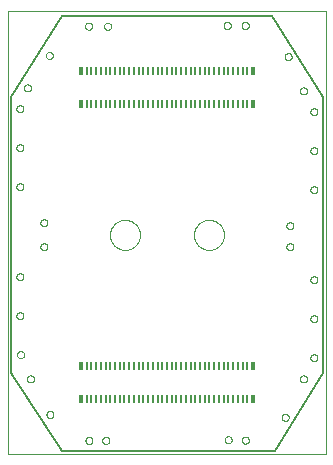
<source format=gtp>
G75*
%MOIN*%
%OFA0B0*%
%FSLAX25Y25*%
%IPPOS*%
%LPD*%
%AMOC8*
5,1,8,0,0,1.08239X$1,22.5*
%
%ADD10C,0.00000*%
%ADD11C,0.00500*%
%ADD12R,0.00827X0.02756*%
%ADD13R,0.01299X0.02756*%
D10*
X0007000Y0008000D02*
X0007000Y0155701D01*
X0112921Y0155701D01*
X0112921Y0008000D01*
X0007000Y0008000D01*
X0019819Y0021100D02*
X0019821Y0021169D01*
X0019827Y0021237D01*
X0019837Y0021305D01*
X0019851Y0021372D01*
X0019869Y0021439D01*
X0019890Y0021504D01*
X0019916Y0021568D01*
X0019945Y0021630D01*
X0019977Y0021690D01*
X0020013Y0021749D01*
X0020053Y0021805D01*
X0020095Y0021859D01*
X0020141Y0021910D01*
X0020190Y0021959D01*
X0020241Y0022005D01*
X0020295Y0022047D01*
X0020351Y0022087D01*
X0020409Y0022123D01*
X0020470Y0022155D01*
X0020532Y0022184D01*
X0020596Y0022210D01*
X0020661Y0022231D01*
X0020728Y0022249D01*
X0020795Y0022263D01*
X0020863Y0022273D01*
X0020931Y0022279D01*
X0021000Y0022281D01*
X0021069Y0022279D01*
X0021137Y0022273D01*
X0021205Y0022263D01*
X0021272Y0022249D01*
X0021339Y0022231D01*
X0021404Y0022210D01*
X0021468Y0022184D01*
X0021530Y0022155D01*
X0021590Y0022123D01*
X0021649Y0022087D01*
X0021705Y0022047D01*
X0021759Y0022005D01*
X0021810Y0021959D01*
X0021859Y0021910D01*
X0021905Y0021859D01*
X0021947Y0021805D01*
X0021987Y0021749D01*
X0022023Y0021690D01*
X0022055Y0021630D01*
X0022084Y0021568D01*
X0022110Y0021504D01*
X0022131Y0021439D01*
X0022149Y0021372D01*
X0022163Y0021305D01*
X0022173Y0021237D01*
X0022179Y0021169D01*
X0022181Y0021100D01*
X0022179Y0021031D01*
X0022173Y0020963D01*
X0022163Y0020895D01*
X0022149Y0020828D01*
X0022131Y0020761D01*
X0022110Y0020696D01*
X0022084Y0020632D01*
X0022055Y0020570D01*
X0022023Y0020509D01*
X0021987Y0020451D01*
X0021947Y0020395D01*
X0021905Y0020341D01*
X0021859Y0020290D01*
X0021810Y0020241D01*
X0021759Y0020195D01*
X0021705Y0020153D01*
X0021649Y0020113D01*
X0021591Y0020077D01*
X0021530Y0020045D01*
X0021468Y0020016D01*
X0021404Y0019990D01*
X0021339Y0019969D01*
X0021272Y0019951D01*
X0021205Y0019937D01*
X0021137Y0019927D01*
X0021069Y0019921D01*
X0021000Y0019919D01*
X0020931Y0019921D01*
X0020863Y0019927D01*
X0020795Y0019937D01*
X0020728Y0019951D01*
X0020661Y0019969D01*
X0020596Y0019990D01*
X0020532Y0020016D01*
X0020470Y0020045D01*
X0020409Y0020077D01*
X0020351Y0020113D01*
X0020295Y0020153D01*
X0020241Y0020195D01*
X0020190Y0020241D01*
X0020141Y0020290D01*
X0020095Y0020341D01*
X0020053Y0020395D01*
X0020013Y0020451D01*
X0019977Y0020509D01*
X0019945Y0020570D01*
X0019916Y0020632D01*
X0019890Y0020696D01*
X0019869Y0020761D01*
X0019851Y0020828D01*
X0019837Y0020895D01*
X0019827Y0020963D01*
X0019821Y0021031D01*
X0019819Y0021100D01*
X0013319Y0033000D02*
X0013321Y0033069D01*
X0013327Y0033137D01*
X0013337Y0033205D01*
X0013351Y0033272D01*
X0013369Y0033339D01*
X0013390Y0033404D01*
X0013416Y0033468D01*
X0013445Y0033530D01*
X0013477Y0033590D01*
X0013513Y0033649D01*
X0013553Y0033705D01*
X0013595Y0033759D01*
X0013641Y0033810D01*
X0013690Y0033859D01*
X0013741Y0033905D01*
X0013795Y0033947D01*
X0013851Y0033987D01*
X0013909Y0034023D01*
X0013970Y0034055D01*
X0014032Y0034084D01*
X0014096Y0034110D01*
X0014161Y0034131D01*
X0014228Y0034149D01*
X0014295Y0034163D01*
X0014363Y0034173D01*
X0014431Y0034179D01*
X0014500Y0034181D01*
X0014569Y0034179D01*
X0014637Y0034173D01*
X0014705Y0034163D01*
X0014772Y0034149D01*
X0014839Y0034131D01*
X0014904Y0034110D01*
X0014968Y0034084D01*
X0015030Y0034055D01*
X0015090Y0034023D01*
X0015149Y0033987D01*
X0015205Y0033947D01*
X0015259Y0033905D01*
X0015310Y0033859D01*
X0015359Y0033810D01*
X0015405Y0033759D01*
X0015447Y0033705D01*
X0015487Y0033649D01*
X0015523Y0033590D01*
X0015555Y0033530D01*
X0015584Y0033468D01*
X0015610Y0033404D01*
X0015631Y0033339D01*
X0015649Y0033272D01*
X0015663Y0033205D01*
X0015673Y0033137D01*
X0015679Y0033069D01*
X0015681Y0033000D01*
X0015679Y0032931D01*
X0015673Y0032863D01*
X0015663Y0032795D01*
X0015649Y0032728D01*
X0015631Y0032661D01*
X0015610Y0032596D01*
X0015584Y0032532D01*
X0015555Y0032470D01*
X0015523Y0032409D01*
X0015487Y0032351D01*
X0015447Y0032295D01*
X0015405Y0032241D01*
X0015359Y0032190D01*
X0015310Y0032141D01*
X0015259Y0032095D01*
X0015205Y0032053D01*
X0015149Y0032013D01*
X0015091Y0031977D01*
X0015030Y0031945D01*
X0014968Y0031916D01*
X0014904Y0031890D01*
X0014839Y0031869D01*
X0014772Y0031851D01*
X0014705Y0031837D01*
X0014637Y0031827D01*
X0014569Y0031821D01*
X0014500Y0031819D01*
X0014431Y0031821D01*
X0014363Y0031827D01*
X0014295Y0031837D01*
X0014228Y0031851D01*
X0014161Y0031869D01*
X0014096Y0031890D01*
X0014032Y0031916D01*
X0013970Y0031945D01*
X0013909Y0031977D01*
X0013851Y0032013D01*
X0013795Y0032053D01*
X0013741Y0032095D01*
X0013690Y0032141D01*
X0013641Y0032190D01*
X0013595Y0032241D01*
X0013553Y0032295D01*
X0013513Y0032351D01*
X0013477Y0032409D01*
X0013445Y0032470D01*
X0013416Y0032532D01*
X0013390Y0032596D01*
X0013369Y0032661D01*
X0013351Y0032728D01*
X0013337Y0032795D01*
X0013327Y0032863D01*
X0013321Y0032931D01*
X0013319Y0033000D01*
X0010019Y0041100D02*
X0010021Y0041169D01*
X0010027Y0041237D01*
X0010037Y0041305D01*
X0010051Y0041372D01*
X0010069Y0041439D01*
X0010090Y0041504D01*
X0010116Y0041568D01*
X0010145Y0041630D01*
X0010177Y0041690D01*
X0010213Y0041749D01*
X0010253Y0041805D01*
X0010295Y0041859D01*
X0010341Y0041910D01*
X0010390Y0041959D01*
X0010441Y0042005D01*
X0010495Y0042047D01*
X0010551Y0042087D01*
X0010609Y0042123D01*
X0010670Y0042155D01*
X0010732Y0042184D01*
X0010796Y0042210D01*
X0010861Y0042231D01*
X0010928Y0042249D01*
X0010995Y0042263D01*
X0011063Y0042273D01*
X0011131Y0042279D01*
X0011200Y0042281D01*
X0011269Y0042279D01*
X0011337Y0042273D01*
X0011405Y0042263D01*
X0011472Y0042249D01*
X0011539Y0042231D01*
X0011604Y0042210D01*
X0011668Y0042184D01*
X0011730Y0042155D01*
X0011790Y0042123D01*
X0011849Y0042087D01*
X0011905Y0042047D01*
X0011959Y0042005D01*
X0012010Y0041959D01*
X0012059Y0041910D01*
X0012105Y0041859D01*
X0012147Y0041805D01*
X0012187Y0041749D01*
X0012223Y0041690D01*
X0012255Y0041630D01*
X0012284Y0041568D01*
X0012310Y0041504D01*
X0012331Y0041439D01*
X0012349Y0041372D01*
X0012363Y0041305D01*
X0012373Y0041237D01*
X0012379Y0041169D01*
X0012381Y0041100D01*
X0012379Y0041031D01*
X0012373Y0040963D01*
X0012363Y0040895D01*
X0012349Y0040828D01*
X0012331Y0040761D01*
X0012310Y0040696D01*
X0012284Y0040632D01*
X0012255Y0040570D01*
X0012223Y0040509D01*
X0012187Y0040451D01*
X0012147Y0040395D01*
X0012105Y0040341D01*
X0012059Y0040290D01*
X0012010Y0040241D01*
X0011959Y0040195D01*
X0011905Y0040153D01*
X0011849Y0040113D01*
X0011791Y0040077D01*
X0011730Y0040045D01*
X0011668Y0040016D01*
X0011604Y0039990D01*
X0011539Y0039969D01*
X0011472Y0039951D01*
X0011405Y0039937D01*
X0011337Y0039927D01*
X0011269Y0039921D01*
X0011200Y0039919D01*
X0011131Y0039921D01*
X0011063Y0039927D01*
X0010995Y0039937D01*
X0010928Y0039951D01*
X0010861Y0039969D01*
X0010796Y0039990D01*
X0010732Y0040016D01*
X0010670Y0040045D01*
X0010609Y0040077D01*
X0010551Y0040113D01*
X0010495Y0040153D01*
X0010441Y0040195D01*
X0010390Y0040241D01*
X0010341Y0040290D01*
X0010295Y0040341D01*
X0010253Y0040395D01*
X0010213Y0040451D01*
X0010177Y0040509D01*
X0010145Y0040570D01*
X0010116Y0040632D01*
X0010090Y0040696D01*
X0010069Y0040761D01*
X0010051Y0040828D01*
X0010037Y0040895D01*
X0010027Y0040963D01*
X0010021Y0041031D01*
X0010019Y0041100D01*
X0009819Y0054000D02*
X0009821Y0054069D01*
X0009827Y0054137D01*
X0009837Y0054205D01*
X0009851Y0054272D01*
X0009869Y0054339D01*
X0009890Y0054404D01*
X0009916Y0054468D01*
X0009945Y0054530D01*
X0009977Y0054590D01*
X0010013Y0054649D01*
X0010053Y0054705D01*
X0010095Y0054759D01*
X0010141Y0054810D01*
X0010190Y0054859D01*
X0010241Y0054905D01*
X0010295Y0054947D01*
X0010351Y0054987D01*
X0010409Y0055023D01*
X0010470Y0055055D01*
X0010532Y0055084D01*
X0010596Y0055110D01*
X0010661Y0055131D01*
X0010728Y0055149D01*
X0010795Y0055163D01*
X0010863Y0055173D01*
X0010931Y0055179D01*
X0011000Y0055181D01*
X0011069Y0055179D01*
X0011137Y0055173D01*
X0011205Y0055163D01*
X0011272Y0055149D01*
X0011339Y0055131D01*
X0011404Y0055110D01*
X0011468Y0055084D01*
X0011530Y0055055D01*
X0011590Y0055023D01*
X0011649Y0054987D01*
X0011705Y0054947D01*
X0011759Y0054905D01*
X0011810Y0054859D01*
X0011859Y0054810D01*
X0011905Y0054759D01*
X0011947Y0054705D01*
X0011987Y0054649D01*
X0012023Y0054590D01*
X0012055Y0054530D01*
X0012084Y0054468D01*
X0012110Y0054404D01*
X0012131Y0054339D01*
X0012149Y0054272D01*
X0012163Y0054205D01*
X0012173Y0054137D01*
X0012179Y0054069D01*
X0012181Y0054000D01*
X0012179Y0053931D01*
X0012173Y0053863D01*
X0012163Y0053795D01*
X0012149Y0053728D01*
X0012131Y0053661D01*
X0012110Y0053596D01*
X0012084Y0053532D01*
X0012055Y0053470D01*
X0012023Y0053409D01*
X0011987Y0053351D01*
X0011947Y0053295D01*
X0011905Y0053241D01*
X0011859Y0053190D01*
X0011810Y0053141D01*
X0011759Y0053095D01*
X0011705Y0053053D01*
X0011649Y0053013D01*
X0011591Y0052977D01*
X0011530Y0052945D01*
X0011468Y0052916D01*
X0011404Y0052890D01*
X0011339Y0052869D01*
X0011272Y0052851D01*
X0011205Y0052837D01*
X0011137Y0052827D01*
X0011069Y0052821D01*
X0011000Y0052819D01*
X0010931Y0052821D01*
X0010863Y0052827D01*
X0010795Y0052837D01*
X0010728Y0052851D01*
X0010661Y0052869D01*
X0010596Y0052890D01*
X0010532Y0052916D01*
X0010470Y0052945D01*
X0010409Y0052977D01*
X0010351Y0053013D01*
X0010295Y0053053D01*
X0010241Y0053095D01*
X0010190Y0053141D01*
X0010141Y0053190D01*
X0010095Y0053241D01*
X0010053Y0053295D01*
X0010013Y0053351D01*
X0009977Y0053409D01*
X0009945Y0053470D01*
X0009916Y0053532D01*
X0009890Y0053596D01*
X0009869Y0053661D01*
X0009851Y0053728D01*
X0009837Y0053795D01*
X0009827Y0053863D01*
X0009821Y0053931D01*
X0009819Y0054000D01*
X0009819Y0067000D02*
X0009821Y0067069D01*
X0009827Y0067137D01*
X0009837Y0067205D01*
X0009851Y0067272D01*
X0009869Y0067339D01*
X0009890Y0067404D01*
X0009916Y0067468D01*
X0009945Y0067530D01*
X0009977Y0067590D01*
X0010013Y0067649D01*
X0010053Y0067705D01*
X0010095Y0067759D01*
X0010141Y0067810D01*
X0010190Y0067859D01*
X0010241Y0067905D01*
X0010295Y0067947D01*
X0010351Y0067987D01*
X0010409Y0068023D01*
X0010470Y0068055D01*
X0010532Y0068084D01*
X0010596Y0068110D01*
X0010661Y0068131D01*
X0010728Y0068149D01*
X0010795Y0068163D01*
X0010863Y0068173D01*
X0010931Y0068179D01*
X0011000Y0068181D01*
X0011069Y0068179D01*
X0011137Y0068173D01*
X0011205Y0068163D01*
X0011272Y0068149D01*
X0011339Y0068131D01*
X0011404Y0068110D01*
X0011468Y0068084D01*
X0011530Y0068055D01*
X0011590Y0068023D01*
X0011649Y0067987D01*
X0011705Y0067947D01*
X0011759Y0067905D01*
X0011810Y0067859D01*
X0011859Y0067810D01*
X0011905Y0067759D01*
X0011947Y0067705D01*
X0011987Y0067649D01*
X0012023Y0067590D01*
X0012055Y0067530D01*
X0012084Y0067468D01*
X0012110Y0067404D01*
X0012131Y0067339D01*
X0012149Y0067272D01*
X0012163Y0067205D01*
X0012173Y0067137D01*
X0012179Y0067069D01*
X0012181Y0067000D01*
X0012179Y0066931D01*
X0012173Y0066863D01*
X0012163Y0066795D01*
X0012149Y0066728D01*
X0012131Y0066661D01*
X0012110Y0066596D01*
X0012084Y0066532D01*
X0012055Y0066470D01*
X0012023Y0066409D01*
X0011987Y0066351D01*
X0011947Y0066295D01*
X0011905Y0066241D01*
X0011859Y0066190D01*
X0011810Y0066141D01*
X0011759Y0066095D01*
X0011705Y0066053D01*
X0011649Y0066013D01*
X0011591Y0065977D01*
X0011530Y0065945D01*
X0011468Y0065916D01*
X0011404Y0065890D01*
X0011339Y0065869D01*
X0011272Y0065851D01*
X0011205Y0065837D01*
X0011137Y0065827D01*
X0011069Y0065821D01*
X0011000Y0065819D01*
X0010931Y0065821D01*
X0010863Y0065827D01*
X0010795Y0065837D01*
X0010728Y0065851D01*
X0010661Y0065869D01*
X0010596Y0065890D01*
X0010532Y0065916D01*
X0010470Y0065945D01*
X0010409Y0065977D01*
X0010351Y0066013D01*
X0010295Y0066053D01*
X0010241Y0066095D01*
X0010190Y0066141D01*
X0010141Y0066190D01*
X0010095Y0066241D01*
X0010053Y0066295D01*
X0010013Y0066351D01*
X0009977Y0066409D01*
X0009945Y0066470D01*
X0009916Y0066532D01*
X0009890Y0066596D01*
X0009869Y0066661D01*
X0009851Y0066728D01*
X0009837Y0066795D01*
X0009827Y0066863D01*
X0009821Y0066931D01*
X0009819Y0067000D01*
X0017819Y0077000D02*
X0017821Y0077069D01*
X0017827Y0077137D01*
X0017837Y0077205D01*
X0017851Y0077272D01*
X0017869Y0077339D01*
X0017890Y0077404D01*
X0017916Y0077468D01*
X0017945Y0077530D01*
X0017977Y0077590D01*
X0018013Y0077649D01*
X0018053Y0077705D01*
X0018095Y0077759D01*
X0018141Y0077810D01*
X0018190Y0077859D01*
X0018241Y0077905D01*
X0018295Y0077947D01*
X0018351Y0077987D01*
X0018409Y0078023D01*
X0018470Y0078055D01*
X0018532Y0078084D01*
X0018596Y0078110D01*
X0018661Y0078131D01*
X0018728Y0078149D01*
X0018795Y0078163D01*
X0018863Y0078173D01*
X0018931Y0078179D01*
X0019000Y0078181D01*
X0019069Y0078179D01*
X0019137Y0078173D01*
X0019205Y0078163D01*
X0019272Y0078149D01*
X0019339Y0078131D01*
X0019404Y0078110D01*
X0019468Y0078084D01*
X0019530Y0078055D01*
X0019590Y0078023D01*
X0019649Y0077987D01*
X0019705Y0077947D01*
X0019759Y0077905D01*
X0019810Y0077859D01*
X0019859Y0077810D01*
X0019905Y0077759D01*
X0019947Y0077705D01*
X0019987Y0077649D01*
X0020023Y0077590D01*
X0020055Y0077530D01*
X0020084Y0077468D01*
X0020110Y0077404D01*
X0020131Y0077339D01*
X0020149Y0077272D01*
X0020163Y0077205D01*
X0020173Y0077137D01*
X0020179Y0077069D01*
X0020181Y0077000D01*
X0020179Y0076931D01*
X0020173Y0076863D01*
X0020163Y0076795D01*
X0020149Y0076728D01*
X0020131Y0076661D01*
X0020110Y0076596D01*
X0020084Y0076532D01*
X0020055Y0076470D01*
X0020023Y0076409D01*
X0019987Y0076351D01*
X0019947Y0076295D01*
X0019905Y0076241D01*
X0019859Y0076190D01*
X0019810Y0076141D01*
X0019759Y0076095D01*
X0019705Y0076053D01*
X0019649Y0076013D01*
X0019591Y0075977D01*
X0019530Y0075945D01*
X0019468Y0075916D01*
X0019404Y0075890D01*
X0019339Y0075869D01*
X0019272Y0075851D01*
X0019205Y0075837D01*
X0019137Y0075827D01*
X0019069Y0075821D01*
X0019000Y0075819D01*
X0018931Y0075821D01*
X0018863Y0075827D01*
X0018795Y0075837D01*
X0018728Y0075851D01*
X0018661Y0075869D01*
X0018596Y0075890D01*
X0018532Y0075916D01*
X0018470Y0075945D01*
X0018409Y0075977D01*
X0018351Y0076013D01*
X0018295Y0076053D01*
X0018241Y0076095D01*
X0018190Y0076141D01*
X0018141Y0076190D01*
X0018095Y0076241D01*
X0018053Y0076295D01*
X0018013Y0076351D01*
X0017977Y0076409D01*
X0017945Y0076470D01*
X0017916Y0076532D01*
X0017890Y0076596D01*
X0017869Y0076661D01*
X0017851Y0076728D01*
X0017837Y0076795D01*
X0017827Y0076863D01*
X0017821Y0076931D01*
X0017819Y0077000D01*
X0017819Y0085000D02*
X0017821Y0085069D01*
X0017827Y0085137D01*
X0017837Y0085205D01*
X0017851Y0085272D01*
X0017869Y0085339D01*
X0017890Y0085404D01*
X0017916Y0085468D01*
X0017945Y0085530D01*
X0017977Y0085590D01*
X0018013Y0085649D01*
X0018053Y0085705D01*
X0018095Y0085759D01*
X0018141Y0085810D01*
X0018190Y0085859D01*
X0018241Y0085905D01*
X0018295Y0085947D01*
X0018351Y0085987D01*
X0018409Y0086023D01*
X0018470Y0086055D01*
X0018532Y0086084D01*
X0018596Y0086110D01*
X0018661Y0086131D01*
X0018728Y0086149D01*
X0018795Y0086163D01*
X0018863Y0086173D01*
X0018931Y0086179D01*
X0019000Y0086181D01*
X0019069Y0086179D01*
X0019137Y0086173D01*
X0019205Y0086163D01*
X0019272Y0086149D01*
X0019339Y0086131D01*
X0019404Y0086110D01*
X0019468Y0086084D01*
X0019530Y0086055D01*
X0019590Y0086023D01*
X0019649Y0085987D01*
X0019705Y0085947D01*
X0019759Y0085905D01*
X0019810Y0085859D01*
X0019859Y0085810D01*
X0019905Y0085759D01*
X0019947Y0085705D01*
X0019987Y0085649D01*
X0020023Y0085590D01*
X0020055Y0085530D01*
X0020084Y0085468D01*
X0020110Y0085404D01*
X0020131Y0085339D01*
X0020149Y0085272D01*
X0020163Y0085205D01*
X0020173Y0085137D01*
X0020179Y0085069D01*
X0020181Y0085000D01*
X0020179Y0084931D01*
X0020173Y0084863D01*
X0020163Y0084795D01*
X0020149Y0084728D01*
X0020131Y0084661D01*
X0020110Y0084596D01*
X0020084Y0084532D01*
X0020055Y0084470D01*
X0020023Y0084409D01*
X0019987Y0084351D01*
X0019947Y0084295D01*
X0019905Y0084241D01*
X0019859Y0084190D01*
X0019810Y0084141D01*
X0019759Y0084095D01*
X0019705Y0084053D01*
X0019649Y0084013D01*
X0019591Y0083977D01*
X0019530Y0083945D01*
X0019468Y0083916D01*
X0019404Y0083890D01*
X0019339Y0083869D01*
X0019272Y0083851D01*
X0019205Y0083837D01*
X0019137Y0083827D01*
X0019069Y0083821D01*
X0019000Y0083819D01*
X0018931Y0083821D01*
X0018863Y0083827D01*
X0018795Y0083837D01*
X0018728Y0083851D01*
X0018661Y0083869D01*
X0018596Y0083890D01*
X0018532Y0083916D01*
X0018470Y0083945D01*
X0018409Y0083977D01*
X0018351Y0084013D01*
X0018295Y0084053D01*
X0018241Y0084095D01*
X0018190Y0084141D01*
X0018141Y0084190D01*
X0018095Y0084241D01*
X0018053Y0084295D01*
X0018013Y0084351D01*
X0017977Y0084409D01*
X0017945Y0084470D01*
X0017916Y0084532D01*
X0017890Y0084596D01*
X0017869Y0084661D01*
X0017851Y0084728D01*
X0017837Y0084795D01*
X0017827Y0084863D01*
X0017821Y0084931D01*
X0017819Y0085000D01*
X0009819Y0097000D02*
X0009821Y0097069D01*
X0009827Y0097137D01*
X0009837Y0097205D01*
X0009851Y0097272D01*
X0009869Y0097339D01*
X0009890Y0097404D01*
X0009916Y0097468D01*
X0009945Y0097530D01*
X0009977Y0097590D01*
X0010013Y0097649D01*
X0010053Y0097705D01*
X0010095Y0097759D01*
X0010141Y0097810D01*
X0010190Y0097859D01*
X0010241Y0097905D01*
X0010295Y0097947D01*
X0010351Y0097987D01*
X0010409Y0098023D01*
X0010470Y0098055D01*
X0010532Y0098084D01*
X0010596Y0098110D01*
X0010661Y0098131D01*
X0010728Y0098149D01*
X0010795Y0098163D01*
X0010863Y0098173D01*
X0010931Y0098179D01*
X0011000Y0098181D01*
X0011069Y0098179D01*
X0011137Y0098173D01*
X0011205Y0098163D01*
X0011272Y0098149D01*
X0011339Y0098131D01*
X0011404Y0098110D01*
X0011468Y0098084D01*
X0011530Y0098055D01*
X0011590Y0098023D01*
X0011649Y0097987D01*
X0011705Y0097947D01*
X0011759Y0097905D01*
X0011810Y0097859D01*
X0011859Y0097810D01*
X0011905Y0097759D01*
X0011947Y0097705D01*
X0011987Y0097649D01*
X0012023Y0097590D01*
X0012055Y0097530D01*
X0012084Y0097468D01*
X0012110Y0097404D01*
X0012131Y0097339D01*
X0012149Y0097272D01*
X0012163Y0097205D01*
X0012173Y0097137D01*
X0012179Y0097069D01*
X0012181Y0097000D01*
X0012179Y0096931D01*
X0012173Y0096863D01*
X0012163Y0096795D01*
X0012149Y0096728D01*
X0012131Y0096661D01*
X0012110Y0096596D01*
X0012084Y0096532D01*
X0012055Y0096470D01*
X0012023Y0096409D01*
X0011987Y0096351D01*
X0011947Y0096295D01*
X0011905Y0096241D01*
X0011859Y0096190D01*
X0011810Y0096141D01*
X0011759Y0096095D01*
X0011705Y0096053D01*
X0011649Y0096013D01*
X0011591Y0095977D01*
X0011530Y0095945D01*
X0011468Y0095916D01*
X0011404Y0095890D01*
X0011339Y0095869D01*
X0011272Y0095851D01*
X0011205Y0095837D01*
X0011137Y0095827D01*
X0011069Y0095821D01*
X0011000Y0095819D01*
X0010931Y0095821D01*
X0010863Y0095827D01*
X0010795Y0095837D01*
X0010728Y0095851D01*
X0010661Y0095869D01*
X0010596Y0095890D01*
X0010532Y0095916D01*
X0010470Y0095945D01*
X0010409Y0095977D01*
X0010351Y0096013D01*
X0010295Y0096053D01*
X0010241Y0096095D01*
X0010190Y0096141D01*
X0010141Y0096190D01*
X0010095Y0096241D01*
X0010053Y0096295D01*
X0010013Y0096351D01*
X0009977Y0096409D01*
X0009945Y0096470D01*
X0009916Y0096532D01*
X0009890Y0096596D01*
X0009869Y0096661D01*
X0009851Y0096728D01*
X0009837Y0096795D01*
X0009827Y0096863D01*
X0009821Y0096931D01*
X0009819Y0097000D01*
X0009819Y0110000D02*
X0009821Y0110069D01*
X0009827Y0110137D01*
X0009837Y0110205D01*
X0009851Y0110272D01*
X0009869Y0110339D01*
X0009890Y0110404D01*
X0009916Y0110468D01*
X0009945Y0110530D01*
X0009977Y0110590D01*
X0010013Y0110649D01*
X0010053Y0110705D01*
X0010095Y0110759D01*
X0010141Y0110810D01*
X0010190Y0110859D01*
X0010241Y0110905D01*
X0010295Y0110947D01*
X0010351Y0110987D01*
X0010409Y0111023D01*
X0010470Y0111055D01*
X0010532Y0111084D01*
X0010596Y0111110D01*
X0010661Y0111131D01*
X0010728Y0111149D01*
X0010795Y0111163D01*
X0010863Y0111173D01*
X0010931Y0111179D01*
X0011000Y0111181D01*
X0011069Y0111179D01*
X0011137Y0111173D01*
X0011205Y0111163D01*
X0011272Y0111149D01*
X0011339Y0111131D01*
X0011404Y0111110D01*
X0011468Y0111084D01*
X0011530Y0111055D01*
X0011590Y0111023D01*
X0011649Y0110987D01*
X0011705Y0110947D01*
X0011759Y0110905D01*
X0011810Y0110859D01*
X0011859Y0110810D01*
X0011905Y0110759D01*
X0011947Y0110705D01*
X0011987Y0110649D01*
X0012023Y0110590D01*
X0012055Y0110530D01*
X0012084Y0110468D01*
X0012110Y0110404D01*
X0012131Y0110339D01*
X0012149Y0110272D01*
X0012163Y0110205D01*
X0012173Y0110137D01*
X0012179Y0110069D01*
X0012181Y0110000D01*
X0012179Y0109931D01*
X0012173Y0109863D01*
X0012163Y0109795D01*
X0012149Y0109728D01*
X0012131Y0109661D01*
X0012110Y0109596D01*
X0012084Y0109532D01*
X0012055Y0109470D01*
X0012023Y0109409D01*
X0011987Y0109351D01*
X0011947Y0109295D01*
X0011905Y0109241D01*
X0011859Y0109190D01*
X0011810Y0109141D01*
X0011759Y0109095D01*
X0011705Y0109053D01*
X0011649Y0109013D01*
X0011591Y0108977D01*
X0011530Y0108945D01*
X0011468Y0108916D01*
X0011404Y0108890D01*
X0011339Y0108869D01*
X0011272Y0108851D01*
X0011205Y0108837D01*
X0011137Y0108827D01*
X0011069Y0108821D01*
X0011000Y0108819D01*
X0010931Y0108821D01*
X0010863Y0108827D01*
X0010795Y0108837D01*
X0010728Y0108851D01*
X0010661Y0108869D01*
X0010596Y0108890D01*
X0010532Y0108916D01*
X0010470Y0108945D01*
X0010409Y0108977D01*
X0010351Y0109013D01*
X0010295Y0109053D01*
X0010241Y0109095D01*
X0010190Y0109141D01*
X0010141Y0109190D01*
X0010095Y0109241D01*
X0010053Y0109295D01*
X0010013Y0109351D01*
X0009977Y0109409D01*
X0009945Y0109470D01*
X0009916Y0109532D01*
X0009890Y0109596D01*
X0009869Y0109661D01*
X0009851Y0109728D01*
X0009837Y0109795D01*
X0009827Y0109863D01*
X0009821Y0109931D01*
X0009819Y0110000D01*
X0009819Y0123000D02*
X0009821Y0123069D01*
X0009827Y0123137D01*
X0009837Y0123205D01*
X0009851Y0123272D01*
X0009869Y0123339D01*
X0009890Y0123404D01*
X0009916Y0123468D01*
X0009945Y0123530D01*
X0009977Y0123590D01*
X0010013Y0123649D01*
X0010053Y0123705D01*
X0010095Y0123759D01*
X0010141Y0123810D01*
X0010190Y0123859D01*
X0010241Y0123905D01*
X0010295Y0123947D01*
X0010351Y0123987D01*
X0010409Y0124023D01*
X0010470Y0124055D01*
X0010532Y0124084D01*
X0010596Y0124110D01*
X0010661Y0124131D01*
X0010728Y0124149D01*
X0010795Y0124163D01*
X0010863Y0124173D01*
X0010931Y0124179D01*
X0011000Y0124181D01*
X0011069Y0124179D01*
X0011137Y0124173D01*
X0011205Y0124163D01*
X0011272Y0124149D01*
X0011339Y0124131D01*
X0011404Y0124110D01*
X0011468Y0124084D01*
X0011530Y0124055D01*
X0011590Y0124023D01*
X0011649Y0123987D01*
X0011705Y0123947D01*
X0011759Y0123905D01*
X0011810Y0123859D01*
X0011859Y0123810D01*
X0011905Y0123759D01*
X0011947Y0123705D01*
X0011987Y0123649D01*
X0012023Y0123590D01*
X0012055Y0123530D01*
X0012084Y0123468D01*
X0012110Y0123404D01*
X0012131Y0123339D01*
X0012149Y0123272D01*
X0012163Y0123205D01*
X0012173Y0123137D01*
X0012179Y0123069D01*
X0012181Y0123000D01*
X0012179Y0122931D01*
X0012173Y0122863D01*
X0012163Y0122795D01*
X0012149Y0122728D01*
X0012131Y0122661D01*
X0012110Y0122596D01*
X0012084Y0122532D01*
X0012055Y0122470D01*
X0012023Y0122409D01*
X0011987Y0122351D01*
X0011947Y0122295D01*
X0011905Y0122241D01*
X0011859Y0122190D01*
X0011810Y0122141D01*
X0011759Y0122095D01*
X0011705Y0122053D01*
X0011649Y0122013D01*
X0011591Y0121977D01*
X0011530Y0121945D01*
X0011468Y0121916D01*
X0011404Y0121890D01*
X0011339Y0121869D01*
X0011272Y0121851D01*
X0011205Y0121837D01*
X0011137Y0121827D01*
X0011069Y0121821D01*
X0011000Y0121819D01*
X0010931Y0121821D01*
X0010863Y0121827D01*
X0010795Y0121837D01*
X0010728Y0121851D01*
X0010661Y0121869D01*
X0010596Y0121890D01*
X0010532Y0121916D01*
X0010470Y0121945D01*
X0010409Y0121977D01*
X0010351Y0122013D01*
X0010295Y0122053D01*
X0010241Y0122095D01*
X0010190Y0122141D01*
X0010141Y0122190D01*
X0010095Y0122241D01*
X0010053Y0122295D01*
X0010013Y0122351D01*
X0009977Y0122409D01*
X0009945Y0122470D01*
X0009916Y0122532D01*
X0009890Y0122596D01*
X0009869Y0122661D01*
X0009851Y0122728D01*
X0009837Y0122795D01*
X0009827Y0122863D01*
X0009821Y0122931D01*
X0009819Y0123000D01*
X0012319Y0130000D02*
X0012321Y0130069D01*
X0012327Y0130137D01*
X0012337Y0130205D01*
X0012351Y0130272D01*
X0012369Y0130339D01*
X0012390Y0130404D01*
X0012416Y0130468D01*
X0012445Y0130530D01*
X0012477Y0130590D01*
X0012513Y0130649D01*
X0012553Y0130705D01*
X0012595Y0130759D01*
X0012641Y0130810D01*
X0012690Y0130859D01*
X0012741Y0130905D01*
X0012795Y0130947D01*
X0012851Y0130987D01*
X0012909Y0131023D01*
X0012970Y0131055D01*
X0013032Y0131084D01*
X0013096Y0131110D01*
X0013161Y0131131D01*
X0013228Y0131149D01*
X0013295Y0131163D01*
X0013363Y0131173D01*
X0013431Y0131179D01*
X0013500Y0131181D01*
X0013569Y0131179D01*
X0013637Y0131173D01*
X0013705Y0131163D01*
X0013772Y0131149D01*
X0013839Y0131131D01*
X0013904Y0131110D01*
X0013968Y0131084D01*
X0014030Y0131055D01*
X0014090Y0131023D01*
X0014149Y0130987D01*
X0014205Y0130947D01*
X0014259Y0130905D01*
X0014310Y0130859D01*
X0014359Y0130810D01*
X0014405Y0130759D01*
X0014447Y0130705D01*
X0014487Y0130649D01*
X0014523Y0130590D01*
X0014555Y0130530D01*
X0014584Y0130468D01*
X0014610Y0130404D01*
X0014631Y0130339D01*
X0014649Y0130272D01*
X0014663Y0130205D01*
X0014673Y0130137D01*
X0014679Y0130069D01*
X0014681Y0130000D01*
X0014679Y0129931D01*
X0014673Y0129863D01*
X0014663Y0129795D01*
X0014649Y0129728D01*
X0014631Y0129661D01*
X0014610Y0129596D01*
X0014584Y0129532D01*
X0014555Y0129470D01*
X0014523Y0129409D01*
X0014487Y0129351D01*
X0014447Y0129295D01*
X0014405Y0129241D01*
X0014359Y0129190D01*
X0014310Y0129141D01*
X0014259Y0129095D01*
X0014205Y0129053D01*
X0014149Y0129013D01*
X0014091Y0128977D01*
X0014030Y0128945D01*
X0013968Y0128916D01*
X0013904Y0128890D01*
X0013839Y0128869D01*
X0013772Y0128851D01*
X0013705Y0128837D01*
X0013637Y0128827D01*
X0013569Y0128821D01*
X0013500Y0128819D01*
X0013431Y0128821D01*
X0013363Y0128827D01*
X0013295Y0128837D01*
X0013228Y0128851D01*
X0013161Y0128869D01*
X0013096Y0128890D01*
X0013032Y0128916D01*
X0012970Y0128945D01*
X0012909Y0128977D01*
X0012851Y0129013D01*
X0012795Y0129053D01*
X0012741Y0129095D01*
X0012690Y0129141D01*
X0012641Y0129190D01*
X0012595Y0129241D01*
X0012553Y0129295D01*
X0012513Y0129351D01*
X0012477Y0129409D01*
X0012445Y0129470D01*
X0012416Y0129532D01*
X0012390Y0129596D01*
X0012369Y0129661D01*
X0012351Y0129728D01*
X0012337Y0129795D01*
X0012327Y0129863D01*
X0012321Y0129931D01*
X0012319Y0130000D01*
X0019619Y0140800D02*
X0019621Y0140869D01*
X0019627Y0140937D01*
X0019637Y0141005D01*
X0019651Y0141072D01*
X0019669Y0141139D01*
X0019690Y0141204D01*
X0019716Y0141268D01*
X0019745Y0141330D01*
X0019777Y0141390D01*
X0019813Y0141449D01*
X0019853Y0141505D01*
X0019895Y0141559D01*
X0019941Y0141610D01*
X0019990Y0141659D01*
X0020041Y0141705D01*
X0020095Y0141747D01*
X0020151Y0141787D01*
X0020209Y0141823D01*
X0020270Y0141855D01*
X0020332Y0141884D01*
X0020396Y0141910D01*
X0020461Y0141931D01*
X0020528Y0141949D01*
X0020595Y0141963D01*
X0020663Y0141973D01*
X0020731Y0141979D01*
X0020800Y0141981D01*
X0020869Y0141979D01*
X0020937Y0141973D01*
X0021005Y0141963D01*
X0021072Y0141949D01*
X0021139Y0141931D01*
X0021204Y0141910D01*
X0021268Y0141884D01*
X0021330Y0141855D01*
X0021390Y0141823D01*
X0021449Y0141787D01*
X0021505Y0141747D01*
X0021559Y0141705D01*
X0021610Y0141659D01*
X0021659Y0141610D01*
X0021705Y0141559D01*
X0021747Y0141505D01*
X0021787Y0141449D01*
X0021823Y0141390D01*
X0021855Y0141330D01*
X0021884Y0141268D01*
X0021910Y0141204D01*
X0021931Y0141139D01*
X0021949Y0141072D01*
X0021963Y0141005D01*
X0021973Y0140937D01*
X0021979Y0140869D01*
X0021981Y0140800D01*
X0021979Y0140731D01*
X0021973Y0140663D01*
X0021963Y0140595D01*
X0021949Y0140528D01*
X0021931Y0140461D01*
X0021910Y0140396D01*
X0021884Y0140332D01*
X0021855Y0140270D01*
X0021823Y0140209D01*
X0021787Y0140151D01*
X0021747Y0140095D01*
X0021705Y0140041D01*
X0021659Y0139990D01*
X0021610Y0139941D01*
X0021559Y0139895D01*
X0021505Y0139853D01*
X0021449Y0139813D01*
X0021391Y0139777D01*
X0021330Y0139745D01*
X0021268Y0139716D01*
X0021204Y0139690D01*
X0021139Y0139669D01*
X0021072Y0139651D01*
X0021005Y0139637D01*
X0020937Y0139627D01*
X0020869Y0139621D01*
X0020800Y0139619D01*
X0020731Y0139621D01*
X0020663Y0139627D01*
X0020595Y0139637D01*
X0020528Y0139651D01*
X0020461Y0139669D01*
X0020396Y0139690D01*
X0020332Y0139716D01*
X0020270Y0139745D01*
X0020209Y0139777D01*
X0020151Y0139813D01*
X0020095Y0139853D01*
X0020041Y0139895D01*
X0019990Y0139941D01*
X0019941Y0139990D01*
X0019895Y0140041D01*
X0019853Y0140095D01*
X0019813Y0140151D01*
X0019777Y0140209D01*
X0019745Y0140270D01*
X0019716Y0140332D01*
X0019690Y0140396D01*
X0019669Y0140461D01*
X0019651Y0140528D01*
X0019637Y0140595D01*
X0019627Y0140663D01*
X0019621Y0140731D01*
X0019619Y0140800D01*
X0032719Y0150600D02*
X0032721Y0150669D01*
X0032727Y0150737D01*
X0032737Y0150805D01*
X0032751Y0150872D01*
X0032769Y0150939D01*
X0032790Y0151004D01*
X0032816Y0151068D01*
X0032845Y0151130D01*
X0032877Y0151190D01*
X0032913Y0151249D01*
X0032953Y0151305D01*
X0032995Y0151359D01*
X0033041Y0151410D01*
X0033090Y0151459D01*
X0033141Y0151505D01*
X0033195Y0151547D01*
X0033251Y0151587D01*
X0033309Y0151623D01*
X0033370Y0151655D01*
X0033432Y0151684D01*
X0033496Y0151710D01*
X0033561Y0151731D01*
X0033628Y0151749D01*
X0033695Y0151763D01*
X0033763Y0151773D01*
X0033831Y0151779D01*
X0033900Y0151781D01*
X0033969Y0151779D01*
X0034037Y0151773D01*
X0034105Y0151763D01*
X0034172Y0151749D01*
X0034239Y0151731D01*
X0034304Y0151710D01*
X0034368Y0151684D01*
X0034430Y0151655D01*
X0034490Y0151623D01*
X0034549Y0151587D01*
X0034605Y0151547D01*
X0034659Y0151505D01*
X0034710Y0151459D01*
X0034759Y0151410D01*
X0034805Y0151359D01*
X0034847Y0151305D01*
X0034887Y0151249D01*
X0034923Y0151190D01*
X0034955Y0151130D01*
X0034984Y0151068D01*
X0035010Y0151004D01*
X0035031Y0150939D01*
X0035049Y0150872D01*
X0035063Y0150805D01*
X0035073Y0150737D01*
X0035079Y0150669D01*
X0035081Y0150600D01*
X0035079Y0150531D01*
X0035073Y0150463D01*
X0035063Y0150395D01*
X0035049Y0150328D01*
X0035031Y0150261D01*
X0035010Y0150196D01*
X0034984Y0150132D01*
X0034955Y0150070D01*
X0034923Y0150009D01*
X0034887Y0149951D01*
X0034847Y0149895D01*
X0034805Y0149841D01*
X0034759Y0149790D01*
X0034710Y0149741D01*
X0034659Y0149695D01*
X0034605Y0149653D01*
X0034549Y0149613D01*
X0034491Y0149577D01*
X0034430Y0149545D01*
X0034368Y0149516D01*
X0034304Y0149490D01*
X0034239Y0149469D01*
X0034172Y0149451D01*
X0034105Y0149437D01*
X0034037Y0149427D01*
X0033969Y0149421D01*
X0033900Y0149419D01*
X0033831Y0149421D01*
X0033763Y0149427D01*
X0033695Y0149437D01*
X0033628Y0149451D01*
X0033561Y0149469D01*
X0033496Y0149490D01*
X0033432Y0149516D01*
X0033370Y0149545D01*
X0033309Y0149577D01*
X0033251Y0149613D01*
X0033195Y0149653D01*
X0033141Y0149695D01*
X0033090Y0149741D01*
X0033041Y0149790D01*
X0032995Y0149841D01*
X0032953Y0149895D01*
X0032913Y0149951D01*
X0032877Y0150009D01*
X0032845Y0150070D01*
X0032816Y0150132D01*
X0032790Y0150196D01*
X0032769Y0150261D01*
X0032751Y0150328D01*
X0032737Y0150395D01*
X0032727Y0150463D01*
X0032721Y0150531D01*
X0032719Y0150600D01*
X0039019Y0150500D02*
X0039021Y0150569D01*
X0039027Y0150637D01*
X0039037Y0150705D01*
X0039051Y0150772D01*
X0039069Y0150839D01*
X0039090Y0150904D01*
X0039116Y0150968D01*
X0039145Y0151030D01*
X0039177Y0151090D01*
X0039213Y0151149D01*
X0039253Y0151205D01*
X0039295Y0151259D01*
X0039341Y0151310D01*
X0039390Y0151359D01*
X0039441Y0151405D01*
X0039495Y0151447D01*
X0039551Y0151487D01*
X0039609Y0151523D01*
X0039670Y0151555D01*
X0039732Y0151584D01*
X0039796Y0151610D01*
X0039861Y0151631D01*
X0039928Y0151649D01*
X0039995Y0151663D01*
X0040063Y0151673D01*
X0040131Y0151679D01*
X0040200Y0151681D01*
X0040269Y0151679D01*
X0040337Y0151673D01*
X0040405Y0151663D01*
X0040472Y0151649D01*
X0040539Y0151631D01*
X0040604Y0151610D01*
X0040668Y0151584D01*
X0040730Y0151555D01*
X0040790Y0151523D01*
X0040849Y0151487D01*
X0040905Y0151447D01*
X0040959Y0151405D01*
X0041010Y0151359D01*
X0041059Y0151310D01*
X0041105Y0151259D01*
X0041147Y0151205D01*
X0041187Y0151149D01*
X0041223Y0151090D01*
X0041255Y0151030D01*
X0041284Y0150968D01*
X0041310Y0150904D01*
X0041331Y0150839D01*
X0041349Y0150772D01*
X0041363Y0150705D01*
X0041373Y0150637D01*
X0041379Y0150569D01*
X0041381Y0150500D01*
X0041379Y0150431D01*
X0041373Y0150363D01*
X0041363Y0150295D01*
X0041349Y0150228D01*
X0041331Y0150161D01*
X0041310Y0150096D01*
X0041284Y0150032D01*
X0041255Y0149970D01*
X0041223Y0149909D01*
X0041187Y0149851D01*
X0041147Y0149795D01*
X0041105Y0149741D01*
X0041059Y0149690D01*
X0041010Y0149641D01*
X0040959Y0149595D01*
X0040905Y0149553D01*
X0040849Y0149513D01*
X0040791Y0149477D01*
X0040730Y0149445D01*
X0040668Y0149416D01*
X0040604Y0149390D01*
X0040539Y0149369D01*
X0040472Y0149351D01*
X0040405Y0149337D01*
X0040337Y0149327D01*
X0040269Y0149321D01*
X0040200Y0149319D01*
X0040131Y0149321D01*
X0040063Y0149327D01*
X0039995Y0149337D01*
X0039928Y0149351D01*
X0039861Y0149369D01*
X0039796Y0149390D01*
X0039732Y0149416D01*
X0039670Y0149445D01*
X0039609Y0149477D01*
X0039551Y0149513D01*
X0039495Y0149553D01*
X0039441Y0149595D01*
X0039390Y0149641D01*
X0039341Y0149690D01*
X0039295Y0149741D01*
X0039253Y0149795D01*
X0039213Y0149851D01*
X0039177Y0149909D01*
X0039145Y0149970D01*
X0039116Y0150032D01*
X0039090Y0150096D01*
X0039069Y0150161D01*
X0039051Y0150228D01*
X0039037Y0150295D01*
X0039027Y0150363D01*
X0039021Y0150431D01*
X0039019Y0150500D01*
X0078919Y0150800D02*
X0078921Y0150869D01*
X0078927Y0150937D01*
X0078937Y0151005D01*
X0078951Y0151072D01*
X0078969Y0151139D01*
X0078990Y0151204D01*
X0079016Y0151268D01*
X0079045Y0151330D01*
X0079077Y0151390D01*
X0079113Y0151449D01*
X0079153Y0151505D01*
X0079195Y0151559D01*
X0079241Y0151610D01*
X0079290Y0151659D01*
X0079341Y0151705D01*
X0079395Y0151747D01*
X0079451Y0151787D01*
X0079509Y0151823D01*
X0079570Y0151855D01*
X0079632Y0151884D01*
X0079696Y0151910D01*
X0079761Y0151931D01*
X0079828Y0151949D01*
X0079895Y0151963D01*
X0079963Y0151973D01*
X0080031Y0151979D01*
X0080100Y0151981D01*
X0080169Y0151979D01*
X0080237Y0151973D01*
X0080305Y0151963D01*
X0080372Y0151949D01*
X0080439Y0151931D01*
X0080504Y0151910D01*
X0080568Y0151884D01*
X0080630Y0151855D01*
X0080690Y0151823D01*
X0080749Y0151787D01*
X0080805Y0151747D01*
X0080859Y0151705D01*
X0080910Y0151659D01*
X0080959Y0151610D01*
X0081005Y0151559D01*
X0081047Y0151505D01*
X0081087Y0151449D01*
X0081123Y0151390D01*
X0081155Y0151330D01*
X0081184Y0151268D01*
X0081210Y0151204D01*
X0081231Y0151139D01*
X0081249Y0151072D01*
X0081263Y0151005D01*
X0081273Y0150937D01*
X0081279Y0150869D01*
X0081281Y0150800D01*
X0081279Y0150731D01*
X0081273Y0150663D01*
X0081263Y0150595D01*
X0081249Y0150528D01*
X0081231Y0150461D01*
X0081210Y0150396D01*
X0081184Y0150332D01*
X0081155Y0150270D01*
X0081123Y0150209D01*
X0081087Y0150151D01*
X0081047Y0150095D01*
X0081005Y0150041D01*
X0080959Y0149990D01*
X0080910Y0149941D01*
X0080859Y0149895D01*
X0080805Y0149853D01*
X0080749Y0149813D01*
X0080691Y0149777D01*
X0080630Y0149745D01*
X0080568Y0149716D01*
X0080504Y0149690D01*
X0080439Y0149669D01*
X0080372Y0149651D01*
X0080305Y0149637D01*
X0080237Y0149627D01*
X0080169Y0149621D01*
X0080100Y0149619D01*
X0080031Y0149621D01*
X0079963Y0149627D01*
X0079895Y0149637D01*
X0079828Y0149651D01*
X0079761Y0149669D01*
X0079696Y0149690D01*
X0079632Y0149716D01*
X0079570Y0149745D01*
X0079509Y0149777D01*
X0079451Y0149813D01*
X0079395Y0149853D01*
X0079341Y0149895D01*
X0079290Y0149941D01*
X0079241Y0149990D01*
X0079195Y0150041D01*
X0079153Y0150095D01*
X0079113Y0150151D01*
X0079077Y0150209D01*
X0079045Y0150270D01*
X0079016Y0150332D01*
X0078990Y0150396D01*
X0078969Y0150461D01*
X0078951Y0150528D01*
X0078937Y0150595D01*
X0078927Y0150663D01*
X0078921Y0150731D01*
X0078919Y0150800D01*
X0084919Y0150800D02*
X0084921Y0150869D01*
X0084927Y0150937D01*
X0084937Y0151005D01*
X0084951Y0151072D01*
X0084969Y0151139D01*
X0084990Y0151204D01*
X0085016Y0151268D01*
X0085045Y0151330D01*
X0085077Y0151390D01*
X0085113Y0151449D01*
X0085153Y0151505D01*
X0085195Y0151559D01*
X0085241Y0151610D01*
X0085290Y0151659D01*
X0085341Y0151705D01*
X0085395Y0151747D01*
X0085451Y0151787D01*
X0085509Y0151823D01*
X0085570Y0151855D01*
X0085632Y0151884D01*
X0085696Y0151910D01*
X0085761Y0151931D01*
X0085828Y0151949D01*
X0085895Y0151963D01*
X0085963Y0151973D01*
X0086031Y0151979D01*
X0086100Y0151981D01*
X0086169Y0151979D01*
X0086237Y0151973D01*
X0086305Y0151963D01*
X0086372Y0151949D01*
X0086439Y0151931D01*
X0086504Y0151910D01*
X0086568Y0151884D01*
X0086630Y0151855D01*
X0086690Y0151823D01*
X0086749Y0151787D01*
X0086805Y0151747D01*
X0086859Y0151705D01*
X0086910Y0151659D01*
X0086959Y0151610D01*
X0087005Y0151559D01*
X0087047Y0151505D01*
X0087087Y0151449D01*
X0087123Y0151390D01*
X0087155Y0151330D01*
X0087184Y0151268D01*
X0087210Y0151204D01*
X0087231Y0151139D01*
X0087249Y0151072D01*
X0087263Y0151005D01*
X0087273Y0150937D01*
X0087279Y0150869D01*
X0087281Y0150800D01*
X0087279Y0150731D01*
X0087273Y0150663D01*
X0087263Y0150595D01*
X0087249Y0150528D01*
X0087231Y0150461D01*
X0087210Y0150396D01*
X0087184Y0150332D01*
X0087155Y0150270D01*
X0087123Y0150209D01*
X0087087Y0150151D01*
X0087047Y0150095D01*
X0087005Y0150041D01*
X0086959Y0149990D01*
X0086910Y0149941D01*
X0086859Y0149895D01*
X0086805Y0149853D01*
X0086749Y0149813D01*
X0086691Y0149777D01*
X0086630Y0149745D01*
X0086568Y0149716D01*
X0086504Y0149690D01*
X0086439Y0149669D01*
X0086372Y0149651D01*
X0086305Y0149637D01*
X0086237Y0149627D01*
X0086169Y0149621D01*
X0086100Y0149619D01*
X0086031Y0149621D01*
X0085963Y0149627D01*
X0085895Y0149637D01*
X0085828Y0149651D01*
X0085761Y0149669D01*
X0085696Y0149690D01*
X0085632Y0149716D01*
X0085570Y0149745D01*
X0085509Y0149777D01*
X0085451Y0149813D01*
X0085395Y0149853D01*
X0085341Y0149895D01*
X0085290Y0149941D01*
X0085241Y0149990D01*
X0085195Y0150041D01*
X0085153Y0150095D01*
X0085113Y0150151D01*
X0085077Y0150209D01*
X0085045Y0150270D01*
X0085016Y0150332D01*
X0084990Y0150396D01*
X0084969Y0150461D01*
X0084951Y0150528D01*
X0084937Y0150595D01*
X0084927Y0150663D01*
X0084921Y0150731D01*
X0084919Y0150800D01*
X0099219Y0140400D02*
X0099221Y0140469D01*
X0099227Y0140537D01*
X0099237Y0140605D01*
X0099251Y0140672D01*
X0099269Y0140739D01*
X0099290Y0140804D01*
X0099316Y0140868D01*
X0099345Y0140930D01*
X0099377Y0140990D01*
X0099413Y0141049D01*
X0099453Y0141105D01*
X0099495Y0141159D01*
X0099541Y0141210D01*
X0099590Y0141259D01*
X0099641Y0141305D01*
X0099695Y0141347D01*
X0099751Y0141387D01*
X0099809Y0141423D01*
X0099870Y0141455D01*
X0099932Y0141484D01*
X0099996Y0141510D01*
X0100061Y0141531D01*
X0100128Y0141549D01*
X0100195Y0141563D01*
X0100263Y0141573D01*
X0100331Y0141579D01*
X0100400Y0141581D01*
X0100469Y0141579D01*
X0100537Y0141573D01*
X0100605Y0141563D01*
X0100672Y0141549D01*
X0100739Y0141531D01*
X0100804Y0141510D01*
X0100868Y0141484D01*
X0100930Y0141455D01*
X0100990Y0141423D01*
X0101049Y0141387D01*
X0101105Y0141347D01*
X0101159Y0141305D01*
X0101210Y0141259D01*
X0101259Y0141210D01*
X0101305Y0141159D01*
X0101347Y0141105D01*
X0101387Y0141049D01*
X0101423Y0140990D01*
X0101455Y0140930D01*
X0101484Y0140868D01*
X0101510Y0140804D01*
X0101531Y0140739D01*
X0101549Y0140672D01*
X0101563Y0140605D01*
X0101573Y0140537D01*
X0101579Y0140469D01*
X0101581Y0140400D01*
X0101579Y0140331D01*
X0101573Y0140263D01*
X0101563Y0140195D01*
X0101549Y0140128D01*
X0101531Y0140061D01*
X0101510Y0139996D01*
X0101484Y0139932D01*
X0101455Y0139870D01*
X0101423Y0139809D01*
X0101387Y0139751D01*
X0101347Y0139695D01*
X0101305Y0139641D01*
X0101259Y0139590D01*
X0101210Y0139541D01*
X0101159Y0139495D01*
X0101105Y0139453D01*
X0101049Y0139413D01*
X0100991Y0139377D01*
X0100930Y0139345D01*
X0100868Y0139316D01*
X0100804Y0139290D01*
X0100739Y0139269D01*
X0100672Y0139251D01*
X0100605Y0139237D01*
X0100537Y0139227D01*
X0100469Y0139221D01*
X0100400Y0139219D01*
X0100331Y0139221D01*
X0100263Y0139227D01*
X0100195Y0139237D01*
X0100128Y0139251D01*
X0100061Y0139269D01*
X0099996Y0139290D01*
X0099932Y0139316D01*
X0099870Y0139345D01*
X0099809Y0139377D01*
X0099751Y0139413D01*
X0099695Y0139453D01*
X0099641Y0139495D01*
X0099590Y0139541D01*
X0099541Y0139590D01*
X0099495Y0139641D01*
X0099453Y0139695D01*
X0099413Y0139751D01*
X0099377Y0139809D01*
X0099345Y0139870D01*
X0099316Y0139932D01*
X0099290Y0139996D01*
X0099269Y0140061D01*
X0099251Y0140128D01*
X0099237Y0140195D01*
X0099227Y0140263D01*
X0099221Y0140331D01*
X0099219Y0140400D01*
X0104319Y0129000D02*
X0104321Y0129069D01*
X0104327Y0129137D01*
X0104337Y0129205D01*
X0104351Y0129272D01*
X0104369Y0129339D01*
X0104390Y0129404D01*
X0104416Y0129468D01*
X0104445Y0129530D01*
X0104477Y0129590D01*
X0104513Y0129649D01*
X0104553Y0129705D01*
X0104595Y0129759D01*
X0104641Y0129810D01*
X0104690Y0129859D01*
X0104741Y0129905D01*
X0104795Y0129947D01*
X0104851Y0129987D01*
X0104909Y0130023D01*
X0104970Y0130055D01*
X0105032Y0130084D01*
X0105096Y0130110D01*
X0105161Y0130131D01*
X0105228Y0130149D01*
X0105295Y0130163D01*
X0105363Y0130173D01*
X0105431Y0130179D01*
X0105500Y0130181D01*
X0105569Y0130179D01*
X0105637Y0130173D01*
X0105705Y0130163D01*
X0105772Y0130149D01*
X0105839Y0130131D01*
X0105904Y0130110D01*
X0105968Y0130084D01*
X0106030Y0130055D01*
X0106090Y0130023D01*
X0106149Y0129987D01*
X0106205Y0129947D01*
X0106259Y0129905D01*
X0106310Y0129859D01*
X0106359Y0129810D01*
X0106405Y0129759D01*
X0106447Y0129705D01*
X0106487Y0129649D01*
X0106523Y0129590D01*
X0106555Y0129530D01*
X0106584Y0129468D01*
X0106610Y0129404D01*
X0106631Y0129339D01*
X0106649Y0129272D01*
X0106663Y0129205D01*
X0106673Y0129137D01*
X0106679Y0129069D01*
X0106681Y0129000D01*
X0106679Y0128931D01*
X0106673Y0128863D01*
X0106663Y0128795D01*
X0106649Y0128728D01*
X0106631Y0128661D01*
X0106610Y0128596D01*
X0106584Y0128532D01*
X0106555Y0128470D01*
X0106523Y0128409D01*
X0106487Y0128351D01*
X0106447Y0128295D01*
X0106405Y0128241D01*
X0106359Y0128190D01*
X0106310Y0128141D01*
X0106259Y0128095D01*
X0106205Y0128053D01*
X0106149Y0128013D01*
X0106091Y0127977D01*
X0106030Y0127945D01*
X0105968Y0127916D01*
X0105904Y0127890D01*
X0105839Y0127869D01*
X0105772Y0127851D01*
X0105705Y0127837D01*
X0105637Y0127827D01*
X0105569Y0127821D01*
X0105500Y0127819D01*
X0105431Y0127821D01*
X0105363Y0127827D01*
X0105295Y0127837D01*
X0105228Y0127851D01*
X0105161Y0127869D01*
X0105096Y0127890D01*
X0105032Y0127916D01*
X0104970Y0127945D01*
X0104909Y0127977D01*
X0104851Y0128013D01*
X0104795Y0128053D01*
X0104741Y0128095D01*
X0104690Y0128141D01*
X0104641Y0128190D01*
X0104595Y0128241D01*
X0104553Y0128295D01*
X0104513Y0128351D01*
X0104477Y0128409D01*
X0104445Y0128470D01*
X0104416Y0128532D01*
X0104390Y0128596D01*
X0104369Y0128661D01*
X0104351Y0128728D01*
X0104337Y0128795D01*
X0104327Y0128863D01*
X0104321Y0128931D01*
X0104319Y0129000D01*
X0107819Y0122000D02*
X0107821Y0122069D01*
X0107827Y0122137D01*
X0107837Y0122205D01*
X0107851Y0122272D01*
X0107869Y0122339D01*
X0107890Y0122404D01*
X0107916Y0122468D01*
X0107945Y0122530D01*
X0107977Y0122590D01*
X0108013Y0122649D01*
X0108053Y0122705D01*
X0108095Y0122759D01*
X0108141Y0122810D01*
X0108190Y0122859D01*
X0108241Y0122905D01*
X0108295Y0122947D01*
X0108351Y0122987D01*
X0108409Y0123023D01*
X0108470Y0123055D01*
X0108532Y0123084D01*
X0108596Y0123110D01*
X0108661Y0123131D01*
X0108728Y0123149D01*
X0108795Y0123163D01*
X0108863Y0123173D01*
X0108931Y0123179D01*
X0109000Y0123181D01*
X0109069Y0123179D01*
X0109137Y0123173D01*
X0109205Y0123163D01*
X0109272Y0123149D01*
X0109339Y0123131D01*
X0109404Y0123110D01*
X0109468Y0123084D01*
X0109530Y0123055D01*
X0109590Y0123023D01*
X0109649Y0122987D01*
X0109705Y0122947D01*
X0109759Y0122905D01*
X0109810Y0122859D01*
X0109859Y0122810D01*
X0109905Y0122759D01*
X0109947Y0122705D01*
X0109987Y0122649D01*
X0110023Y0122590D01*
X0110055Y0122530D01*
X0110084Y0122468D01*
X0110110Y0122404D01*
X0110131Y0122339D01*
X0110149Y0122272D01*
X0110163Y0122205D01*
X0110173Y0122137D01*
X0110179Y0122069D01*
X0110181Y0122000D01*
X0110179Y0121931D01*
X0110173Y0121863D01*
X0110163Y0121795D01*
X0110149Y0121728D01*
X0110131Y0121661D01*
X0110110Y0121596D01*
X0110084Y0121532D01*
X0110055Y0121470D01*
X0110023Y0121409D01*
X0109987Y0121351D01*
X0109947Y0121295D01*
X0109905Y0121241D01*
X0109859Y0121190D01*
X0109810Y0121141D01*
X0109759Y0121095D01*
X0109705Y0121053D01*
X0109649Y0121013D01*
X0109591Y0120977D01*
X0109530Y0120945D01*
X0109468Y0120916D01*
X0109404Y0120890D01*
X0109339Y0120869D01*
X0109272Y0120851D01*
X0109205Y0120837D01*
X0109137Y0120827D01*
X0109069Y0120821D01*
X0109000Y0120819D01*
X0108931Y0120821D01*
X0108863Y0120827D01*
X0108795Y0120837D01*
X0108728Y0120851D01*
X0108661Y0120869D01*
X0108596Y0120890D01*
X0108532Y0120916D01*
X0108470Y0120945D01*
X0108409Y0120977D01*
X0108351Y0121013D01*
X0108295Y0121053D01*
X0108241Y0121095D01*
X0108190Y0121141D01*
X0108141Y0121190D01*
X0108095Y0121241D01*
X0108053Y0121295D01*
X0108013Y0121351D01*
X0107977Y0121409D01*
X0107945Y0121470D01*
X0107916Y0121532D01*
X0107890Y0121596D01*
X0107869Y0121661D01*
X0107851Y0121728D01*
X0107837Y0121795D01*
X0107827Y0121863D01*
X0107821Y0121931D01*
X0107819Y0122000D01*
X0107819Y0109000D02*
X0107821Y0109069D01*
X0107827Y0109137D01*
X0107837Y0109205D01*
X0107851Y0109272D01*
X0107869Y0109339D01*
X0107890Y0109404D01*
X0107916Y0109468D01*
X0107945Y0109530D01*
X0107977Y0109590D01*
X0108013Y0109649D01*
X0108053Y0109705D01*
X0108095Y0109759D01*
X0108141Y0109810D01*
X0108190Y0109859D01*
X0108241Y0109905D01*
X0108295Y0109947D01*
X0108351Y0109987D01*
X0108409Y0110023D01*
X0108470Y0110055D01*
X0108532Y0110084D01*
X0108596Y0110110D01*
X0108661Y0110131D01*
X0108728Y0110149D01*
X0108795Y0110163D01*
X0108863Y0110173D01*
X0108931Y0110179D01*
X0109000Y0110181D01*
X0109069Y0110179D01*
X0109137Y0110173D01*
X0109205Y0110163D01*
X0109272Y0110149D01*
X0109339Y0110131D01*
X0109404Y0110110D01*
X0109468Y0110084D01*
X0109530Y0110055D01*
X0109590Y0110023D01*
X0109649Y0109987D01*
X0109705Y0109947D01*
X0109759Y0109905D01*
X0109810Y0109859D01*
X0109859Y0109810D01*
X0109905Y0109759D01*
X0109947Y0109705D01*
X0109987Y0109649D01*
X0110023Y0109590D01*
X0110055Y0109530D01*
X0110084Y0109468D01*
X0110110Y0109404D01*
X0110131Y0109339D01*
X0110149Y0109272D01*
X0110163Y0109205D01*
X0110173Y0109137D01*
X0110179Y0109069D01*
X0110181Y0109000D01*
X0110179Y0108931D01*
X0110173Y0108863D01*
X0110163Y0108795D01*
X0110149Y0108728D01*
X0110131Y0108661D01*
X0110110Y0108596D01*
X0110084Y0108532D01*
X0110055Y0108470D01*
X0110023Y0108409D01*
X0109987Y0108351D01*
X0109947Y0108295D01*
X0109905Y0108241D01*
X0109859Y0108190D01*
X0109810Y0108141D01*
X0109759Y0108095D01*
X0109705Y0108053D01*
X0109649Y0108013D01*
X0109591Y0107977D01*
X0109530Y0107945D01*
X0109468Y0107916D01*
X0109404Y0107890D01*
X0109339Y0107869D01*
X0109272Y0107851D01*
X0109205Y0107837D01*
X0109137Y0107827D01*
X0109069Y0107821D01*
X0109000Y0107819D01*
X0108931Y0107821D01*
X0108863Y0107827D01*
X0108795Y0107837D01*
X0108728Y0107851D01*
X0108661Y0107869D01*
X0108596Y0107890D01*
X0108532Y0107916D01*
X0108470Y0107945D01*
X0108409Y0107977D01*
X0108351Y0108013D01*
X0108295Y0108053D01*
X0108241Y0108095D01*
X0108190Y0108141D01*
X0108141Y0108190D01*
X0108095Y0108241D01*
X0108053Y0108295D01*
X0108013Y0108351D01*
X0107977Y0108409D01*
X0107945Y0108470D01*
X0107916Y0108532D01*
X0107890Y0108596D01*
X0107869Y0108661D01*
X0107851Y0108728D01*
X0107837Y0108795D01*
X0107827Y0108863D01*
X0107821Y0108931D01*
X0107819Y0109000D01*
X0107819Y0096000D02*
X0107821Y0096069D01*
X0107827Y0096137D01*
X0107837Y0096205D01*
X0107851Y0096272D01*
X0107869Y0096339D01*
X0107890Y0096404D01*
X0107916Y0096468D01*
X0107945Y0096530D01*
X0107977Y0096590D01*
X0108013Y0096649D01*
X0108053Y0096705D01*
X0108095Y0096759D01*
X0108141Y0096810D01*
X0108190Y0096859D01*
X0108241Y0096905D01*
X0108295Y0096947D01*
X0108351Y0096987D01*
X0108409Y0097023D01*
X0108470Y0097055D01*
X0108532Y0097084D01*
X0108596Y0097110D01*
X0108661Y0097131D01*
X0108728Y0097149D01*
X0108795Y0097163D01*
X0108863Y0097173D01*
X0108931Y0097179D01*
X0109000Y0097181D01*
X0109069Y0097179D01*
X0109137Y0097173D01*
X0109205Y0097163D01*
X0109272Y0097149D01*
X0109339Y0097131D01*
X0109404Y0097110D01*
X0109468Y0097084D01*
X0109530Y0097055D01*
X0109590Y0097023D01*
X0109649Y0096987D01*
X0109705Y0096947D01*
X0109759Y0096905D01*
X0109810Y0096859D01*
X0109859Y0096810D01*
X0109905Y0096759D01*
X0109947Y0096705D01*
X0109987Y0096649D01*
X0110023Y0096590D01*
X0110055Y0096530D01*
X0110084Y0096468D01*
X0110110Y0096404D01*
X0110131Y0096339D01*
X0110149Y0096272D01*
X0110163Y0096205D01*
X0110173Y0096137D01*
X0110179Y0096069D01*
X0110181Y0096000D01*
X0110179Y0095931D01*
X0110173Y0095863D01*
X0110163Y0095795D01*
X0110149Y0095728D01*
X0110131Y0095661D01*
X0110110Y0095596D01*
X0110084Y0095532D01*
X0110055Y0095470D01*
X0110023Y0095409D01*
X0109987Y0095351D01*
X0109947Y0095295D01*
X0109905Y0095241D01*
X0109859Y0095190D01*
X0109810Y0095141D01*
X0109759Y0095095D01*
X0109705Y0095053D01*
X0109649Y0095013D01*
X0109591Y0094977D01*
X0109530Y0094945D01*
X0109468Y0094916D01*
X0109404Y0094890D01*
X0109339Y0094869D01*
X0109272Y0094851D01*
X0109205Y0094837D01*
X0109137Y0094827D01*
X0109069Y0094821D01*
X0109000Y0094819D01*
X0108931Y0094821D01*
X0108863Y0094827D01*
X0108795Y0094837D01*
X0108728Y0094851D01*
X0108661Y0094869D01*
X0108596Y0094890D01*
X0108532Y0094916D01*
X0108470Y0094945D01*
X0108409Y0094977D01*
X0108351Y0095013D01*
X0108295Y0095053D01*
X0108241Y0095095D01*
X0108190Y0095141D01*
X0108141Y0095190D01*
X0108095Y0095241D01*
X0108053Y0095295D01*
X0108013Y0095351D01*
X0107977Y0095409D01*
X0107945Y0095470D01*
X0107916Y0095532D01*
X0107890Y0095596D01*
X0107869Y0095661D01*
X0107851Y0095728D01*
X0107837Y0095795D01*
X0107827Y0095863D01*
X0107821Y0095931D01*
X0107819Y0096000D01*
X0099819Y0084000D02*
X0099821Y0084069D01*
X0099827Y0084137D01*
X0099837Y0084205D01*
X0099851Y0084272D01*
X0099869Y0084339D01*
X0099890Y0084404D01*
X0099916Y0084468D01*
X0099945Y0084530D01*
X0099977Y0084590D01*
X0100013Y0084649D01*
X0100053Y0084705D01*
X0100095Y0084759D01*
X0100141Y0084810D01*
X0100190Y0084859D01*
X0100241Y0084905D01*
X0100295Y0084947D01*
X0100351Y0084987D01*
X0100409Y0085023D01*
X0100470Y0085055D01*
X0100532Y0085084D01*
X0100596Y0085110D01*
X0100661Y0085131D01*
X0100728Y0085149D01*
X0100795Y0085163D01*
X0100863Y0085173D01*
X0100931Y0085179D01*
X0101000Y0085181D01*
X0101069Y0085179D01*
X0101137Y0085173D01*
X0101205Y0085163D01*
X0101272Y0085149D01*
X0101339Y0085131D01*
X0101404Y0085110D01*
X0101468Y0085084D01*
X0101530Y0085055D01*
X0101590Y0085023D01*
X0101649Y0084987D01*
X0101705Y0084947D01*
X0101759Y0084905D01*
X0101810Y0084859D01*
X0101859Y0084810D01*
X0101905Y0084759D01*
X0101947Y0084705D01*
X0101987Y0084649D01*
X0102023Y0084590D01*
X0102055Y0084530D01*
X0102084Y0084468D01*
X0102110Y0084404D01*
X0102131Y0084339D01*
X0102149Y0084272D01*
X0102163Y0084205D01*
X0102173Y0084137D01*
X0102179Y0084069D01*
X0102181Y0084000D01*
X0102179Y0083931D01*
X0102173Y0083863D01*
X0102163Y0083795D01*
X0102149Y0083728D01*
X0102131Y0083661D01*
X0102110Y0083596D01*
X0102084Y0083532D01*
X0102055Y0083470D01*
X0102023Y0083409D01*
X0101987Y0083351D01*
X0101947Y0083295D01*
X0101905Y0083241D01*
X0101859Y0083190D01*
X0101810Y0083141D01*
X0101759Y0083095D01*
X0101705Y0083053D01*
X0101649Y0083013D01*
X0101591Y0082977D01*
X0101530Y0082945D01*
X0101468Y0082916D01*
X0101404Y0082890D01*
X0101339Y0082869D01*
X0101272Y0082851D01*
X0101205Y0082837D01*
X0101137Y0082827D01*
X0101069Y0082821D01*
X0101000Y0082819D01*
X0100931Y0082821D01*
X0100863Y0082827D01*
X0100795Y0082837D01*
X0100728Y0082851D01*
X0100661Y0082869D01*
X0100596Y0082890D01*
X0100532Y0082916D01*
X0100470Y0082945D01*
X0100409Y0082977D01*
X0100351Y0083013D01*
X0100295Y0083053D01*
X0100241Y0083095D01*
X0100190Y0083141D01*
X0100141Y0083190D01*
X0100095Y0083241D01*
X0100053Y0083295D01*
X0100013Y0083351D01*
X0099977Y0083409D01*
X0099945Y0083470D01*
X0099916Y0083532D01*
X0099890Y0083596D01*
X0099869Y0083661D01*
X0099851Y0083728D01*
X0099837Y0083795D01*
X0099827Y0083863D01*
X0099821Y0083931D01*
X0099819Y0084000D01*
X0099819Y0077000D02*
X0099821Y0077069D01*
X0099827Y0077137D01*
X0099837Y0077205D01*
X0099851Y0077272D01*
X0099869Y0077339D01*
X0099890Y0077404D01*
X0099916Y0077468D01*
X0099945Y0077530D01*
X0099977Y0077590D01*
X0100013Y0077649D01*
X0100053Y0077705D01*
X0100095Y0077759D01*
X0100141Y0077810D01*
X0100190Y0077859D01*
X0100241Y0077905D01*
X0100295Y0077947D01*
X0100351Y0077987D01*
X0100409Y0078023D01*
X0100470Y0078055D01*
X0100532Y0078084D01*
X0100596Y0078110D01*
X0100661Y0078131D01*
X0100728Y0078149D01*
X0100795Y0078163D01*
X0100863Y0078173D01*
X0100931Y0078179D01*
X0101000Y0078181D01*
X0101069Y0078179D01*
X0101137Y0078173D01*
X0101205Y0078163D01*
X0101272Y0078149D01*
X0101339Y0078131D01*
X0101404Y0078110D01*
X0101468Y0078084D01*
X0101530Y0078055D01*
X0101590Y0078023D01*
X0101649Y0077987D01*
X0101705Y0077947D01*
X0101759Y0077905D01*
X0101810Y0077859D01*
X0101859Y0077810D01*
X0101905Y0077759D01*
X0101947Y0077705D01*
X0101987Y0077649D01*
X0102023Y0077590D01*
X0102055Y0077530D01*
X0102084Y0077468D01*
X0102110Y0077404D01*
X0102131Y0077339D01*
X0102149Y0077272D01*
X0102163Y0077205D01*
X0102173Y0077137D01*
X0102179Y0077069D01*
X0102181Y0077000D01*
X0102179Y0076931D01*
X0102173Y0076863D01*
X0102163Y0076795D01*
X0102149Y0076728D01*
X0102131Y0076661D01*
X0102110Y0076596D01*
X0102084Y0076532D01*
X0102055Y0076470D01*
X0102023Y0076409D01*
X0101987Y0076351D01*
X0101947Y0076295D01*
X0101905Y0076241D01*
X0101859Y0076190D01*
X0101810Y0076141D01*
X0101759Y0076095D01*
X0101705Y0076053D01*
X0101649Y0076013D01*
X0101591Y0075977D01*
X0101530Y0075945D01*
X0101468Y0075916D01*
X0101404Y0075890D01*
X0101339Y0075869D01*
X0101272Y0075851D01*
X0101205Y0075837D01*
X0101137Y0075827D01*
X0101069Y0075821D01*
X0101000Y0075819D01*
X0100931Y0075821D01*
X0100863Y0075827D01*
X0100795Y0075837D01*
X0100728Y0075851D01*
X0100661Y0075869D01*
X0100596Y0075890D01*
X0100532Y0075916D01*
X0100470Y0075945D01*
X0100409Y0075977D01*
X0100351Y0076013D01*
X0100295Y0076053D01*
X0100241Y0076095D01*
X0100190Y0076141D01*
X0100141Y0076190D01*
X0100095Y0076241D01*
X0100053Y0076295D01*
X0100013Y0076351D01*
X0099977Y0076409D01*
X0099945Y0076470D01*
X0099916Y0076532D01*
X0099890Y0076596D01*
X0099869Y0076661D01*
X0099851Y0076728D01*
X0099837Y0076795D01*
X0099827Y0076863D01*
X0099821Y0076931D01*
X0099819Y0077000D01*
X0107819Y0066000D02*
X0107821Y0066069D01*
X0107827Y0066137D01*
X0107837Y0066205D01*
X0107851Y0066272D01*
X0107869Y0066339D01*
X0107890Y0066404D01*
X0107916Y0066468D01*
X0107945Y0066530D01*
X0107977Y0066590D01*
X0108013Y0066649D01*
X0108053Y0066705D01*
X0108095Y0066759D01*
X0108141Y0066810D01*
X0108190Y0066859D01*
X0108241Y0066905D01*
X0108295Y0066947D01*
X0108351Y0066987D01*
X0108409Y0067023D01*
X0108470Y0067055D01*
X0108532Y0067084D01*
X0108596Y0067110D01*
X0108661Y0067131D01*
X0108728Y0067149D01*
X0108795Y0067163D01*
X0108863Y0067173D01*
X0108931Y0067179D01*
X0109000Y0067181D01*
X0109069Y0067179D01*
X0109137Y0067173D01*
X0109205Y0067163D01*
X0109272Y0067149D01*
X0109339Y0067131D01*
X0109404Y0067110D01*
X0109468Y0067084D01*
X0109530Y0067055D01*
X0109590Y0067023D01*
X0109649Y0066987D01*
X0109705Y0066947D01*
X0109759Y0066905D01*
X0109810Y0066859D01*
X0109859Y0066810D01*
X0109905Y0066759D01*
X0109947Y0066705D01*
X0109987Y0066649D01*
X0110023Y0066590D01*
X0110055Y0066530D01*
X0110084Y0066468D01*
X0110110Y0066404D01*
X0110131Y0066339D01*
X0110149Y0066272D01*
X0110163Y0066205D01*
X0110173Y0066137D01*
X0110179Y0066069D01*
X0110181Y0066000D01*
X0110179Y0065931D01*
X0110173Y0065863D01*
X0110163Y0065795D01*
X0110149Y0065728D01*
X0110131Y0065661D01*
X0110110Y0065596D01*
X0110084Y0065532D01*
X0110055Y0065470D01*
X0110023Y0065409D01*
X0109987Y0065351D01*
X0109947Y0065295D01*
X0109905Y0065241D01*
X0109859Y0065190D01*
X0109810Y0065141D01*
X0109759Y0065095D01*
X0109705Y0065053D01*
X0109649Y0065013D01*
X0109591Y0064977D01*
X0109530Y0064945D01*
X0109468Y0064916D01*
X0109404Y0064890D01*
X0109339Y0064869D01*
X0109272Y0064851D01*
X0109205Y0064837D01*
X0109137Y0064827D01*
X0109069Y0064821D01*
X0109000Y0064819D01*
X0108931Y0064821D01*
X0108863Y0064827D01*
X0108795Y0064837D01*
X0108728Y0064851D01*
X0108661Y0064869D01*
X0108596Y0064890D01*
X0108532Y0064916D01*
X0108470Y0064945D01*
X0108409Y0064977D01*
X0108351Y0065013D01*
X0108295Y0065053D01*
X0108241Y0065095D01*
X0108190Y0065141D01*
X0108141Y0065190D01*
X0108095Y0065241D01*
X0108053Y0065295D01*
X0108013Y0065351D01*
X0107977Y0065409D01*
X0107945Y0065470D01*
X0107916Y0065532D01*
X0107890Y0065596D01*
X0107869Y0065661D01*
X0107851Y0065728D01*
X0107837Y0065795D01*
X0107827Y0065863D01*
X0107821Y0065931D01*
X0107819Y0066000D01*
X0107819Y0053000D02*
X0107821Y0053069D01*
X0107827Y0053137D01*
X0107837Y0053205D01*
X0107851Y0053272D01*
X0107869Y0053339D01*
X0107890Y0053404D01*
X0107916Y0053468D01*
X0107945Y0053530D01*
X0107977Y0053590D01*
X0108013Y0053649D01*
X0108053Y0053705D01*
X0108095Y0053759D01*
X0108141Y0053810D01*
X0108190Y0053859D01*
X0108241Y0053905D01*
X0108295Y0053947D01*
X0108351Y0053987D01*
X0108409Y0054023D01*
X0108470Y0054055D01*
X0108532Y0054084D01*
X0108596Y0054110D01*
X0108661Y0054131D01*
X0108728Y0054149D01*
X0108795Y0054163D01*
X0108863Y0054173D01*
X0108931Y0054179D01*
X0109000Y0054181D01*
X0109069Y0054179D01*
X0109137Y0054173D01*
X0109205Y0054163D01*
X0109272Y0054149D01*
X0109339Y0054131D01*
X0109404Y0054110D01*
X0109468Y0054084D01*
X0109530Y0054055D01*
X0109590Y0054023D01*
X0109649Y0053987D01*
X0109705Y0053947D01*
X0109759Y0053905D01*
X0109810Y0053859D01*
X0109859Y0053810D01*
X0109905Y0053759D01*
X0109947Y0053705D01*
X0109987Y0053649D01*
X0110023Y0053590D01*
X0110055Y0053530D01*
X0110084Y0053468D01*
X0110110Y0053404D01*
X0110131Y0053339D01*
X0110149Y0053272D01*
X0110163Y0053205D01*
X0110173Y0053137D01*
X0110179Y0053069D01*
X0110181Y0053000D01*
X0110179Y0052931D01*
X0110173Y0052863D01*
X0110163Y0052795D01*
X0110149Y0052728D01*
X0110131Y0052661D01*
X0110110Y0052596D01*
X0110084Y0052532D01*
X0110055Y0052470D01*
X0110023Y0052409D01*
X0109987Y0052351D01*
X0109947Y0052295D01*
X0109905Y0052241D01*
X0109859Y0052190D01*
X0109810Y0052141D01*
X0109759Y0052095D01*
X0109705Y0052053D01*
X0109649Y0052013D01*
X0109591Y0051977D01*
X0109530Y0051945D01*
X0109468Y0051916D01*
X0109404Y0051890D01*
X0109339Y0051869D01*
X0109272Y0051851D01*
X0109205Y0051837D01*
X0109137Y0051827D01*
X0109069Y0051821D01*
X0109000Y0051819D01*
X0108931Y0051821D01*
X0108863Y0051827D01*
X0108795Y0051837D01*
X0108728Y0051851D01*
X0108661Y0051869D01*
X0108596Y0051890D01*
X0108532Y0051916D01*
X0108470Y0051945D01*
X0108409Y0051977D01*
X0108351Y0052013D01*
X0108295Y0052053D01*
X0108241Y0052095D01*
X0108190Y0052141D01*
X0108141Y0052190D01*
X0108095Y0052241D01*
X0108053Y0052295D01*
X0108013Y0052351D01*
X0107977Y0052409D01*
X0107945Y0052470D01*
X0107916Y0052532D01*
X0107890Y0052596D01*
X0107869Y0052661D01*
X0107851Y0052728D01*
X0107837Y0052795D01*
X0107827Y0052863D01*
X0107821Y0052931D01*
X0107819Y0053000D01*
X0107819Y0040000D02*
X0107821Y0040069D01*
X0107827Y0040137D01*
X0107837Y0040205D01*
X0107851Y0040272D01*
X0107869Y0040339D01*
X0107890Y0040404D01*
X0107916Y0040468D01*
X0107945Y0040530D01*
X0107977Y0040590D01*
X0108013Y0040649D01*
X0108053Y0040705D01*
X0108095Y0040759D01*
X0108141Y0040810D01*
X0108190Y0040859D01*
X0108241Y0040905D01*
X0108295Y0040947D01*
X0108351Y0040987D01*
X0108409Y0041023D01*
X0108470Y0041055D01*
X0108532Y0041084D01*
X0108596Y0041110D01*
X0108661Y0041131D01*
X0108728Y0041149D01*
X0108795Y0041163D01*
X0108863Y0041173D01*
X0108931Y0041179D01*
X0109000Y0041181D01*
X0109069Y0041179D01*
X0109137Y0041173D01*
X0109205Y0041163D01*
X0109272Y0041149D01*
X0109339Y0041131D01*
X0109404Y0041110D01*
X0109468Y0041084D01*
X0109530Y0041055D01*
X0109590Y0041023D01*
X0109649Y0040987D01*
X0109705Y0040947D01*
X0109759Y0040905D01*
X0109810Y0040859D01*
X0109859Y0040810D01*
X0109905Y0040759D01*
X0109947Y0040705D01*
X0109987Y0040649D01*
X0110023Y0040590D01*
X0110055Y0040530D01*
X0110084Y0040468D01*
X0110110Y0040404D01*
X0110131Y0040339D01*
X0110149Y0040272D01*
X0110163Y0040205D01*
X0110173Y0040137D01*
X0110179Y0040069D01*
X0110181Y0040000D01*
X0110179Y0039931D01*
X0110173Y0039863D01*
X0110163Y0039795D01*
X0110149Y0039728D01*
X0110131Y0039661D01*
X0110110Y0039596D01*
X0110084Y0039532D01*
X0110055Y0039470D01*
X0110023Y0039409D01*
X0109987Y0039351D01*
X0109947Y0039295D01*
X0109905Y0039241D01*
X0109859Y0039190D01*
X0109810Y0039141D01*
X0109759Y0039095D01*
X0109705Y0039053D01*
X0109649Y0039013D01*
X0109591Y0038977D01*
X0109530Y0038945D01*
X0109468Y0038916D01*
X0109404Y0038890D01*
X0109339Y0038869D01*
X0109272Y0038851D01*
X0109205Y0038837D01*
X0109137Y0038827D01*
X0109069Y0038821D01*
X0109000Y0038819D01*
X0108931Y0038821D01*
X0108863Y0038827D01*
X0108795Y0038837D01*
X0108728Y0038851D01*
X0108661Y0038869D01*
X0108596Y0038890D01*
X0108532Y0038916D01*
X0108470Y0038945D01*
X0108409Y0038977D01*
X0108351Y0039013D01*
X0108295Y0039053D01*
X0108241Y0039095D01*
X0108190Y0039141D01*
X0108141Y0039190D01*
X0108095Y0039241D01*
X0108053Y0039295D01*
X0108013Y0039351D01*
X0107977Y0039409D01*
X0107945Y0039470D01*
X0107916Y0039532D01*
X0107890Y0039596D01*
X0107869Y0039661D01*
X0107851Y0039728D01*
X0107837Y0039795D01*
X0107827Y0039863D01*
X0107821Y0039931D01*
X0107819Y0040000D01*
X0104319Y0033000D02*
X0104321Y0033069D01*
X0104327Y0033137D01*
X0104337Y0033205D01*
X0104351Y0033272D01*
X0104369Y0033339D01*
X0104390Y0033404D01*
X0104416Y0033468D01*
X0104445Y0033530D01*
X0104477Y0033590D01*
X0104513Y0033649D01*
X0104553Y0033705D01*
X0104595Y0033759D01*
X0104641Y0033810D01*
X0104690Y0033859D01*
X0104741Y0033905D01*
X0104795Y0033947D01*
X0104851Y0033987D01*
X0104909Y0034023D01*
X0104970Y0034055D01*
X0105032Y0034084D01*
X0105096Y0034110D01*
X0105161Y0034131D01*
X0105228Y0034149D01*
X0105295Y0034163D01*
X0105363Y0034173D01*
X0105431Y0034179D01*
X0105500Y0034181D01*
X0105569Y0034179D01*
X0105637Y0034173D01*
X0105705Y0034163D01*
X0105772Y0034149D01*
X0105839Y0034131D01*
X0105904Y0034110D01*
X0105968Y0034084D01*
X0106030Y0034055D01*
X0106090Y0034023D01*
X0106149Y0033987D01*
X0106205Y0033947D01*
X0106259Y0033905D01*
X0106310Y0033859D01*
X0106359Y0033810D01*
X0106405Y0033759D01*
X0106447Y0033705D01*
X0106487Y0033649D01*
X0106523Y0033590D01*
X0106555Y0033530D01*
X0106584Y0033468D01*
X0106610Y0033404D01*
X0106631Y0033339D01*
X0106649Y0033272D01*
X0106663Y0033205D01*
X0106673Y0033137D01*
X0106679Y0033069D01*
X0106681Y0033000D01*
X0106679Y0032931D01*
X0106673Y0032863D01*
X0106663Y0032795D01*
X0106649Y0032728D01*
X0106631Y0032661D01*
X0106610Y0032596D01*
X0106584Y0032532D01*
X0106555Y0032470D01*
X0106523Y0032409D01*
X0106487Y0032351D01*
X0106447Y0032295D01*
X0106405Y0032241D01*
X0106359Y0032190D01*
X0106310Y0032141D01*
X0106259Y0032095D01*
X0106205Y0032053D01*
X0106149Y0032013D01*
X0106091Y0031977D01*
X0106030Y0031945D01*
X0105968Y0031916D01*
X0105904Y0031890D01*
X0105839Y0031869D01*
X0105772Y0031851D01*
X0105705Y0031837D01*
X0105637Y0031827D01*
X0105569Y0031821D01*
X0105500Y0031819D01*
X0105431Y0031821D01*
X0105363Y0031827D01*
X0105295Y0031837D01*
X0105228Y0031851D01*
X0105161Y0031869D01*
X0105096Y0031890D01*
X0105032Y0031916D01*
X0104970Y0031945D01*
X0104909Y0031977D01*
X0104851Y0032013D01*
X0104795Y0032053D01*
X0104741Y0032095D01*
X0104690Y0032141D01*
X0104641Y0032190D01*
X0104595Y0032241D01*
X0104553Y0032295D01*
X0104513Y0032351D01*
X0104477Y0032409D01*
X0104445Y0032470D01*
X0104416Y0032532D01*
X0104390Y0032596D01*
X0104369Y0032661D01*
X0104351Y0032728D01*
X0104337Y0032795D01*
X0104327Y0032863D01*
X0104321Y0032931D01*
X0104319Y0033000D01*
X0098219Y0020200D02*
X0098221Y0020269D01*
X0098227Y0020337D01*
X0098237Y0020405D01*
X0098251Y0020472D01*
X0098269Y0020539D01*
X0098290Y0020604D01*
X0098316Y0020668D01*
X0098345Y0020730D01*
X0098377Y0020790D01*
X0098413Y0020849D01*
X0098453Y0020905D01*
X0098495Y0020959D01*
X0098541Y0021010D01*
X0098590Y0021059D01*
X0098641Y0021105D01*
X0098695Y0021147D01*
X0098751Y0021187D01*
X0098809Y0021223D01*
X0098870Y0021255D01*
X0098932Y0021284D01*
X0098996Y0021310D01*
X0099061Y0021331D01*
X0099128Y0021349D01*
X0099195Y0021363D01*
X0099263Y0021373D01*
X0099331Y0021379D01*
X0099400Y0021381D01*
X0099469Y0021379D01*
X0099537Y0021373D01*
X0099605Y0021363D01*
X0099672Y0021349D01*
X0099739Y0021331D01*
X0099804Y0021310D01*
X0099868Y0021284D01*
X0099930Y0021255D01*
X0099990Y0021223D01*
X0100049Y0021187D01*
X0100105Y0021147D01*
X0100159Y0021105D01*
X0100210Y0021059D01*
X0100259Y0021010D01*
X0100305Y0020959D01*
X0100347Y0020905D01*
X0100387Y0020849D01*
X0100423Y0020790D01*
X0100455Y0020730D01*
X0100484Y0020668D01*
X0100510Y0020604D01*
X0100531Y0020539D01*
X0100549Y0020472D01*
X0100563Y0020405D01*
X0100573Y0020337D01*
X0100579Y0020269D01*
X0100581Y0020200D01*
X0100579Y0020131D01*
X0100573Y0020063D01*
X0100563Y0019995D01*
X0100549Y0019928D01*
X0100531Y0019861D01*
X0100510Y0019796D01*
X0100484Y0019732D01*
X0100455Y0019670D01*
X0100423Y0019609D01*
X0100387Y0019551D01*
X0100347Y0019495D01*
X0100305Y0019441D01*
X0100259Y0019390D01*
X0100210Y0019341D01*
X0100159Y0019295D01*
X0100105Y0019253D01*
X0100049Y0019213D01*
X0099991Y0019177D01*
X0099930Y0019145D01*
X0099868Y0019116D01*
X0099804Y0019090D01*
X0099739Y0019069D01*
X0099672Y0019051D01*
X0099605Y0019037D01*
X0099537Y0019027D01*
X0099469Y0019021D01*
X0099400Y0019019D01*
X0099331Y0019021D01*
X0099263Y0019027D01*
X0099195Y0019037D01*
X0099128Y0019051D01*
X0099061Y0019069D01*
X0098996Y0019090D01*
X0098932Y0019116D01*
X0098870Y0019145D01*
X0098809Y0019177D01*
X0098751Y0019213D01*
X0098695Y0019253D01*
X0098641Y0019295D01*
X0098590Y0019341D01*
X0098541Y0019390D01*
X0098495Y0019441D01*
X0098453Y0019495D01*
X0098413Y0019551D01*
X0098377Y0019609D01*
X0098345Y0019670D01*
X0098316Y0019732D01*
X0098290Y0019796D01*
X0098269Y0019861D01*
X0098251Y0019928D01*
X0098237Y0019995D01*
X0098227Y0020063D01*
X0098221Y0020131D01*
X0098219Y0020200D01*
X0084919Y0012600D02*
X0084921Y0012669D01*
X0084927Y0012737D01*
X0084937Y0012805D01*
X0084951Y0012872D01*
X0084969Y0012939D01*
X0084990Y0013004D01*
X0085016Y0013068D01*
X0085045Y0013130D01*
X0085077Y0013190D01*
X0085113Y0013249D01*
X0085153Y0013305D01*
X0085195Y0013359D01*
X0085241Y0013410D01*
X0085290Y0013459D01*
X0085341Y0013505D01*
X0085395Y0013547D01*
X0085451Y0013587D01*
X0085509Y0013623D01*
X0085570Y0013655D01*
X0085632Y0013684D01*
X0085696Y0013710D01*
X0085761Y0013731D01*
X0085828Y0013749D01*
X0085895Y0013763D01*
X0085963Y0013773D01*
X0086031Y0013779D01*
X0086100Y0013781D01*
X0086169Y0013779D01*
X0086237Y0013773D01*
X0086305Y0013763D01*
X0086372Y0013749D01*
X0086439Y0013731D01*
X0086504Y0013710D01*
X0086568Y0013684D01*
X0086630Y0013655D01*
X0086690Y0013623D01*
X0086749Y0013587D01*
X0086805Y0013547D01*
X0086859Y0013505D01*
X0086910Y0013459D01*
X0086959Y0013410D01*
X0087005Y0013359D01*
X0087047Y0013305D01*
X0087087Y0013249D01*
X0087123Y0013190D01*
X0087155Y0013130D01*
X0087184Y0013068D01*
X0087210Y0013004D01*
X0087231Y0012939D01*
X0087249Y0012872D01*
X0087263Y0012805D01*
X0087273Y0012737D01*
X0087279Y0012669D01*
X0087281Y0012600D01*
X0087279Y0012531D01*
X0087273Y0012463D01*
X0087263Y0012395D01*
X0087249Y0012328D01*
X0087231Y0012261D01*
X0087210Y0012196D01*
X0087184Y0012132D01*
X0087155Y0012070D01*
X0087123Y0012009D01*
X0087087Y0011951D01*
X0087047Y0011895D01*
X0087005Y0011841D01*
X0086959Y0011790D01*
X0086910Y0011741D01*
X0086859Y0011695D01*
X0086805Y0011653D01*
X0086749Y0011613D01*
X0086691Y0011577D01*
X0086630Y0011545D01*
X0086568Y0011516D01*
X0086504Y0011490D01*
X0086439Y0011469D01*
X0086372Y0011451D01*
X0086305Y0011437D01*
X0086237Y0011427D01*
X0086169Y0011421D01*
X0086100Y0011419D01*
X0086031Y0011421D01*
X0085963Y0011427D01*
X0085895Y0011437D01*
X0085828Y0011451D01*
X0085761Y0011469D01*
X0085696Y0011490D01*
X0085632Y0011516D01*
X0085570Y0011545D01*
X0085509Y0011577D01*
X0085451Y0011613D01*
X0085395Y0011653D01*
X0085341Y0011695D01*
X0085290Y0011741D01*
X0085241Y0011790D01*
X0085195Y0011841D01*
X0085153Y0011895D01*
X0085113Y0011951D01*
X0085077Y0012009D01*
X0085045Y0012070D01*
X0085016Y0012132D01*
X0084990Y0012196D01*
X0084969Y0012261D01*
X0084951Y0012328D01*
X0084937Y0012395D01*
X0084927Y0012463D01*
X0084921Y0012531D01*
X0084919Y0012600D01*
X0079219Y0012700D02*
X0079221Y0012769D01*
X0079227Y0012837D01*
X0079237Y0012905D01*
X0079251Y0012972D01*
X0079269Y0013039D01*
X0079290Y0013104D01*
X0079316Y0013168D01*
X0079345Y0013230D01*
X0079377Y0013290D01*
X0079413Y0013349D01*
X0079453Y0013405D01*
X0079495Y0013459D01*
X0079541Y0013510D01*
X0079590Y0013559D01*
X0079641Y0013605D01*
X0079695Y0013647D01*
X0079751Y0013687D01*
X0079809Y0013723D01*
X0079870Y0013755D01*
X0079932Y0013784D01*
X0079996Y0013810D01*
X0080061Y0013831D01*
X0080128Y0013849D01*
X0080195Y0013863D01*
X0080263Y0013873D01*
X0080331Y0013879D01*
X0080400Y0013881D01*
X0080469Y0013879D01*
X0080537Y0013873D01*
X0080605Y0013863D01*
X0080672Y0013849D01*
X0080739Y0013831D01*
X0080804Y0013810D01*
X0080868Y0013784D01*
X0080930Y0013755D01*
X0080990Y0013723D01*
X0081049Y0013687D01*
X0081105Y0013647D01*
X0081159Y0013605D01*
X0081210Y0013559D01*
X0081259Y0013510D01*
X0081305Y0013459D01*
X0081347Y0013405D01*
X0081387Y0013349D01*
X0081423Y0013290D01*
X0081455Y0013230D01*
X0081484Y0013168D01*
X0081510Y0013104D01*
X0081531Y0013039D01*
X0081549Y0012972D01*
X0081563Y0012905D01*
X0081573Y0012837D01*
X0081579Y0012769D01*
X0081581Y0012700D01*
X0081579Y0012631D01*
X0081573Y0012563D01*
X0081563Y0012495D01*
X0081549Y0012428D01*
X0081531Y0012361D01*
X0081510Y0012296D01*
X0081484Y0012232D01*
X0081455Y0012170D01*
X0081423Y0012109D01*
X0081387Y0012051D01*
X0081347Y0011995D01*
X0081305Y0011941D01*
X0081259Y0011890D01*
X0081210Y0011841D01*
X0081159Y0011795D01*
X0081105Y0011753D01*
X0081049Y0011713D01*
X0080991Y0011677D01*
X0080930Y0011645D01*
X0080868Y0011616D01*
X0080804Y0011590D01*
X0080739Y0011569D01*
X0080672Y0011551D01*
X0080605Y0011537D01*
X0080537Y0011527D01*
X0080469Y0011521D01*
X0080400Y0011519D01*
X0080331Y0011521D01*
X0080263Y0011527D01*
X0080195Y0011537D01*
X0080128Y0011551D01*
X0080061Y0011569D01*
X0079996Y0011590D01*
X0079932Y0011616D01*
X0079870Y0011645D01*
X0079809Y0011677D01*
X0079751Y0011713D01*
X0079695Y0011753D01*
X0079641Y0011795D01*
X0079590Y0011841D01*
X0079541Y0011890D01*
X0079495Y0011941D01*
X0079453Y0011995D01*
X0079413Y0012051D01*
X0079377Y0012109D01*
X0079345Y0012170D01*
X0079316Y0012232D01*
X0079290Y0012296D01*
X0079269Y0012361D01*
X0079251Y0012428D01*
X0079237Y0012495D01*
X0079227Y0012563D01*
X0079221Y0012631D01*
X0079219Y0012700D01*
X0038419Y0012500D02*
X0038421Y0012569D01*
X0038427Y0012637D01*
X0038437Y0012705D01*
X0038451Y0012772D01*
X0038469Y0012839D01*
X0038490Y0012904D01*
X0038516Y0012968D01*
X0038545Y0013030D01*
X0038577Y0013090D01*
X0038613Y0013149D01*
X0038653Y0013205D01*
X0038695Y0013259D01*
X0038741Y0013310D01*
X0038790Y0013359D01*
X0038841Y0013405D01*
X0038895Y0013447D01*
X0038951Y0013487D01*
X0039009Y0013523D01*
X0039070Y0013555D01*
X0039132Y0013584D01*
X0039196Y0013610D01*
X0039261Y0013631D01*
X0039328Y0013649D01*
X0039395Y0013663D01*
X0039463Y0013673D01*
X0039531Y0013679D01*
X0039600Y0013681D01*
X0039669Y0013679D01*
X0039737Y0013673D01*
X0039805Y0013663D01*
X0039872Y0013649D01*
X0039939Y0013631D01*
X0040004Y0013610D01*
X0040068Y0013584D01*
X0040130Y0013555D01*
X0040190Y0013523D01*
X0040249Y0013487D01*
X0040305Y0013447D01*
X0040359Y0013405D01*
X0040410Y0013359D01*
X0040459Y0013310D01*
X0040505Y0013259D01*
X0040547Y0013205D01*
X0040587Y0013149D01*
X0040623Y0013090D01*
X0040655Y0013030D01*
X0040684Y0012968D01*
X0040710Y0012904D01*
X0040731Y0012839D01*
X0040749Y0012772D01*
X0040763Y0012705D01*
X0040773Y0012637D01*
X0040779Y0012569D01*
X0040781Y0012500D01*
X0040779Y0012431D01*
X0040773Y0012363D01*
X0040763Y0012295D01*
X0040749Y0012228D01*
X0040731Y0012161D01*
X0040710Y0012096D01*
X0040684Y0012032D01*
X0040655Y0011970D01*
X0040623Y0011909D01*
X0040587Y0011851D01*
X0040547Y0011795D01*
X0040505Y0011741D01*
X0040459Y0011690D01*
X0040410Y0011641D01*
X0040359Y0011595D01*
X0040305Y0011553D01*
X0040249Y0011513D01*
X0040191Y0011477D01*
X0040130Y0011445D01*
X0040068Y0011416D01*
X0040004Y0011390D01*
X0039939Y0011369D01*
X0039872Y0011351D01*
X0039805Y0011337D01*
X0039737Y0011327D01*
X0039669Y0011321D01*
X0039600Y0011319D01*
X0039531Y0011321D01*
X0039463Y0011327D01*
X0039395Y0011337D01*
X0039328Y0011351D01*
X0039261Y0011369D01*
X0039196Y0011390D01*
X0039132Y0011416D01*
X0039070Y0011445D01*
X0039009Y0011477D01*
X0038951Y0011513D01*
X0038895Y0011553D01*
X0038841Y0011595D01*
X0038790Y0011641D01*
X0038741Y0011690D01*
X0038695Y0011741D01*
X0038653Y0011795D01*
X0038613Y0011851D01*
X0038577Y0011909D01*
X0038545Y0011970D01*
X0038516Y0012032D01*
X0038490Y0012096D01*
X0038469Y0012161D01*
X0038451Y0012228D01*
X0038437Y0012295D01*
X0038427Y0012363D01*
X0038421Y0012431D01*
X0038419Y0012500D01*
X0032819Y0012500D02*
X0032821Y0012569D01*
X0032827Y0012637D01*
X0032837Y0012705D01*
X0032851Y0012772D01*
X0032869Y0012839D01*
X0032890Y0012904D01*
X0032916Y0012968D01*
X0032945Y0013030D01*
X0032977Y0013090D01*
X0033013Y0013149D01*
X0033053Y0013205D01*
X0033095Y0013259D01*
X0033141Y0013310D01*
X0033190Y0013359D01*
X0033241Y0013405D01*
X0033295Y0013447D01*
X0033351Y0013487D01*
X0033409Y0013523D01*
X0033470Y0013555D01*
X0033532Y0013584D01*
X0033596Y0013610D01*
X0033661Y0013631D01*
X0033728Y0013649D01*
X0033795Y0013663D01*
X0033863Y0013673D01*
X0033931Y0013679D01*
X0034000Y0013681D01*
X0034069Y0013679D01*
X0034137Y0013673D01*
X0034205Y0013663D01*
X0034272Y0013649D01*
X0034339Y0013631D01*
X0034404Y0013610D01*
X0034468Y0013584D01*
X0034530Y0013555D01*
X0034590Y0013523D01*
X0034649Y0013487D01*
X0034705Y0013447D01*
X0034759Y0013405D01*
X0034810Y0013359D01*
X0034859Y0013310D01*
X0034905Y0013259D01*
X0034947Y0013205D01*
X0034987Y0013149D01*
X0035023Y0013090D01*
X0035055Y0013030D01*
X0035084Y0012968D01*
X0035110Y0012904D01*
X0035131Y0012839D01*
X0035149Y0012772D01*
X0035163Y0012705D01*
X0035173Y0012637D01*
X0035179Y0012569D01*
X0035181Y0012500D01*
X0035179Y0012431D01*
X0035173Y0012363D01*
X0035163Y0012295D01*
X0035149Y0012228D01*
X0035131Y0012161D01*
X0035110Y0012096D01*
X0035084Y0012032D01*
X0035055Y0011970D01*
X0035023Y0011909D01*
X0034987Y0011851D01*
X0034947Y0011795D01*
X0034905Y0011741D01*
X0034859Y0011690D01*
X0034810Y0011641D01*
X0034759Y0011595D01*
X0034705Y0011553D01*
X0034649Y0011513D01*
X0034591Y0011477D01*
X0034530Y0011445D01*
X0034468Y0011416D01*
X0034404Y0011390D01*
X0034339Y0011369D01*
X0034272Y0011351D01*
X0034205Y0011337D01*
X0034137Y0011327D01*
X0034069Y0011321D01*
X0034000Y0011319D01*
X0033931Y0011321D01*
X0033863Y0011327D01*
X0033795Y0011337D01*
X0033728Y0011351D01*
X0033661Y0011369D01*
X0033596Y0011390D01*
X0033532Y0011416D01*
X0033470Y0011445D01*
X0033409Y0011477D01*
X0033351Y0011513D01*
X0033295Y0011553D01*
X0033241Y0011595D01*
X0033190Y0011641D01*
X0033141Y0011690D01*
X0033095Y0011741D01*
X0033053Y0011795D01*
X0033013Y0011851D01*
X0032977Y0011909D01*
X0032945Y0011970D01*
X0032916Y0012032D01*
X0032890Y0012096D01*
X0032869Y0012161D01*
X0032851Y0012228D01*
X0032837Y0012295D01*
X0032827Y0012363D01*
X0032821Y0012431D01*
X0032819Y0012500D01*
X0041000Y0081000D02*
X0041002Y0081141D01*
X0041008Y0081282D01*
X0041018Y0081422D01*
X0041032Y0081562D01*
X0041050Y0081702D01*
X0041071Y0081841D01*
X0041097Y0081980D01*
X0041126Y0082118D01*
X0041160Y0082254D01*
X0041197Y0082390D01*
X0041238Y0082525D01*
X0041283Y0082659D01*
X0041332Y0082791D01*
X0041384Y0082922D01*
X0041440Y0083051D01*
X0041500Y0083178D01*
X0041563Y0083304D01*
X0041629Y0083428D01*
X0041700Y0083551D01*
X0041773Y0083671D01*
X0041850Y0083789D01*
X0041930Y0083905D01*
X0042014Y0084018D01*
X0042100Y0084129D01*
X0042190Y0084238D01*
X0042283Y0084344D01*
X0042378Y0084447D01*
X0042477Y0084548D01*
X0042578Y0084646D01*
X0042682Y0084741D01*
X0042789Y0084833D01*
X0042898Y0084922D01*
X0043010Y0085007D01*
X0043124Y0085090D01*
X0043240Y0085170D01*
X0043359Y0085246D01*
X0043480Y0085318D01*
X0043602Y0085388D01*
X0043727Y0085453D01*
X0043853Y0085516D01*
X0043981Y0085574D01*
X0044111Y0085629D01*
X0044242Y0085681D01*
X0044375Y0085728D01*
X0044509Y0085772D01*
X0044644Y0085813D01*
X0044780Y0085849D01*
X0044917Y0085881D01*
X0045055Y0085910D01*
X0045193Y0085935D01*
X0045333Y0085955D01*
X0045473Y0085972D01*
X0045613Y0085985D01*
X0045754Y0085994D01*
X0045894Y0085999D01*
X0046035Y0086000D01*
X0046176Y0085997D01*
X0046317Y0085990D01*
X0046457Y0085979D01*
X0046597Y0085964D01*
X0046737Y0085945D01*
X0046876Y0085923D01*
X0047014Y0085896D01*
X0047152Y0085866D01*
X0047288Y0085831D01*
X0047424Y0085793D01*
X0047558Y0085751D01*
X0047692Y0085705D01*
X0047824Y0085656D01*
X0047954Y0085602D01*
X0048083Y0085545D01*
X0048210Y0085485D01*
X0048336Y0085421D01*
X0048459Y0085353D01*
X0048581Y0085282D01*
X0048701Y0085208D01*
X0048818Y0085130D01*
X0048933Y0085049D01*
X0049046Y0084965D01*
X0049157Y0084878D01*
X0049265Y0084787D01*
X0049370Y0084694D01*
X0049473Y0084597D01*
X0049573Y0084498D01*
X0049670Y0084396D01*
X0049764Y0084291D01*
X0049855Y0084184D01*
X0049943Y0084074D01*
X0050028Y0083962D01*
X0050110Y0083847D01*
X0050189Y0083730D01*
X0050264Y0083611D01*
X0050336Y0083490D01*
X0050404Y0083367D01*
X0050469Y0083242D01*
X0050531Y0083115D01*
X0050588Y0082986D01*
X0050643Y0082856D01*
X0050693Y0082725D01*
X0050740Y0082592D01*
X0050783Y0082458D01*
X0050822Y0082322D01*
X0050857Y0082186D01*
X0050889Y0082049D01*
X0050916Y0081911D01*
X0050940Y0081772D01*
X0050960Y0081632D01*
X0050976Y0081492D01*
X0050988Y0081352D01*
X0050996Y0081211D01*
X0051000Y0081070D01*
X0051000Y0080930D01*
X0050996Y0080789D01*
X0050988Y0080648D01*
X0050976Y0080508D01*
X0050960Y0080368D01*
X0050940Y0080228D01*
X0050916Y0080089D01*
X0050889Y0079951D01*
X0050857Y0079814D01*
X0050822Y0079678D01*
X0050783Y0079542D01*
X0050740Y0079408D01*
X0050693Y0079275D01*
X0050643Y0079144D01*
X0050588Y0079014D01*
X0050531Y0078885D01*
X0050469Y0078758D01*
X0050404Y0078633D01*
X0050336Y0078510D01*
X0050264Y0078389D01*
X0050189Y0078270D01*
X0050110Y0078153D01*
X0050028Y0078038D01*
X0049943Y0077926D01*
X0049855Y0077816D01*
X0049764Y0077709D01*
X0049670Y0077604D01*
X0049573Y0077502D01*
X0049473Y0077403D01*
X0049370Y0077306D01*
X0049265Y0077213D01*
X0049157Y0077122D01*
X0049046Y0077035D01*
X0048933Y0076951D01*
X0048818Y0076870D01*
X0048701Y0076792D01*
X0048581Y0076718D01*
X0048459Y0076647D01*
X0048336Y0076579D01*
X0048210Y0076515D01*
X0048083Y0076455D01*
X0047954Y0076398D01*
X0047824Y0076344D01*
X0047692Y0076295D01*
X0047558Y0076249D01*
X0047424Y0076207D01*
X0047288Y0076169D01*
X0047152Y0076134D01*
X0047014Y0076104D01*
X0046876Y0076077D01*
X0046737Y0076055D01*
X0046597Y0076036D01*
X0046457Y0076021D01*
X0046317Y0076010D01*
X0046176Y0076003D01*
X0046035Y0076000D01*
X0045894Y0076001D01*
X0045754Y0076006D01*
X0045613Y0076015D01*
X0045473Y0076028D01*
X0045333Y0076045D01*
X0045193Y0076065D01*
X0045055Y0076090D01*
X0044917Y0076119D01*
X0044780Y0076151D01*
X0044644Y0076187D01*
X0044509Y0076228D01*
X0044375Y0076272D01*
X0044242Y0076319D01*
X0044111Y0076371D01*
X0043981Y0076426D01*
X0043853Y0076484D01*
X0043727Y0076547D01*
X0043602Y0076612D01*
X0043480Y0076682D01*
X0043359Y0076754D01*
X0043240Y0076830D01*
X0043124Y0076910D01*
X0043010Y0076993D01*
X0042898Y0077078D01*
X0042789Y0077167D01*
X0042682Y0077259D01*
X0042578Y0077354D01*
X0042477Y0077452D01*
X0042378Y0077553D01*
X0042283Y0077656D01*
X0042190Y0077762D01*
X0042100Y0077871D01*
X0042014Y0077982D01*
X0041930Y0078095D01*
X0041850Y0078211D01*
X0041773Y0078329D01*
X0041700Y0078449D01*
X0041629Y0078572D01*
X0041563Y0078696D01*
X0041500Y0078822D01*
X0041440Y0078949D01*
X0041384Y0079078D01*
X0041332Y0079209D01*
X0041283Y0079341D01*
X0041238Y0079475D01*
X0041197Y0079610D01*
X0041160Y0079746D01*
X0041126Y0079882D01*
X0041097Y0080020D01*
X0041071Y0080159D01*
X0041050Y0080298D01*
X0041032Y0080438D01*
X0041018Y0080578D01*
X0041008Y0080718D01*
X0041002Y0080859D01*
X0041000Y0081000D01*
X0069000Y0081000D02*
X0069002Y0081141D01*
X0069008Y0081282D01*
X0069018Y0081422D01*
X0069032Y0081562D01*
X0069050Y0081702D01*
X0069071Y0081841D01*
X0069097Y0081980D01*
X0069126Y0082118D01*
X0069160Y0082254D01*
X0069197Y0082390D01*
X0069238Y0082525D01*
X0069283Y0082659D01*
X0069332Y0082791D01*
X0069384Y0082922D01*
X0069440Y0083051D01*
X0069500Y0083178D01*
X0069563Y0083304D01*
X0069629Y0083428D01*
X0069700Y0083551D01*
X0069773Y0083671D01*
X0069850Y0083789D01*
X0069930Y0083905D01*
X0070014Y0084018D01*
X0070100Y0084129D01*
X0070190Y0084238D01*
X0070283Y0084344D01*
X0070378Y0084447D01*
X0070477Y0084548D01*
X0070578Y0084646D01*
X0070682Y0084741D01*
X0070789Y0084833D01*
X0070898Y0084922D01*
X0071010Y0085007D01*
X0071124Y0085090D01*
X0071240Y0085170D01*
X0071359Y0085246D01*
X0071480Y0085318D01*
X0071602Y0085388D01*
X0071727Y0085453D01*
X0071853Y0085516D01*
X0071981Y0085574D01*
X0072111Y0085629D01*
X0072242Y0085681D01*
X0072375Y0085728D01*
X0072509Y0085772D01*
X0072644Y0085813D01*
X0072780Y0085849D01*
X0072917Y0085881D01*
X0073055Y0085910D01*
X0073193Y0085935D01*
X0073333Y0085955D01*
X0073473Y0085972D01*
X0073613Y0085985D01*
X0073754Y0085994D01*
X0073894Y0085999D01*
X0074035Y0086000D01*
X0074176Y0085997D01*
X0074317Y0085990D01*
X0074457Y0085979D01*
X0074597Y0085964D01*
X0074737Y0085945D01*
X0074876Y0085923D01*
X0075014Y0085896D01*
X0075152Y0085866D01*
X0075288Y0085831D01*
X0075424Y0085793D01*
X0075558Y0085751D01*
X0075692Y0085705D01*
X0075824Y0085656D01*
X0075954Y0085602D01*
X0076083Y0085545D01*
X0076210Y0085485D01*
X0076336Y0085421D01*
X0076459Y0085353D01*
X0076581Y0085282D01*
X0076701Y0085208D01*
X0076818Y0085130D01*
X0076933Y0085049D01*
X0077046Y0084965D01*
X0077157Y0084878D01*
X0077265Y0084787D01*
X0077370Y0084694D01*
X0077473Y0084597D01*
X0077573Y0084498D01*
X0077670Y0084396D01*
X0077764Y0084291D01*
X0077855Y0084184D01*
X0077943Y0084074D01*
X0078028Y0083962D01*
X0078110Y0083847D01*
X0078189Y0083730D01*
X0078264Y0083611D01*
X0078336Y0083490D01*
X0078404Y0083367D01*
X0078469Y0083242D01*
X0078531Y0083115D01*
X0078588Y0082986D01*
X0078643Y0082856D01*
X0078693Y0082725D01*
X0078740Y0082592D01*
X0078783Y0082458D01*
X0078822Y0082322D01*
X0078857Y0082186D01*
X0078889Y0082049D01*
X0078916Y0081911D01*
X0078940Y0081772D01*
X0078960Y0081632D01*
X0078976Y0081492D01*
X0078988Y0081352D01*
X0078996Y0081211D01*
X0079000Y0081070D01*
X0079000Y0080930D01*
X0078996Y0080789D01*
X0078988Y0080648D01*
X0078976Y0080508D01*
X0078960Y0080368D01*
X0078940Y0080228D01*
X0078916Y0080089D01*
X0078889Y0079951D01*
X0078857Y0079814D01*
X0078822Y0079678D01*
X0078783Y0079542D01*
X0078740Y0079408D01*
X0078693Y0079275D01*
X0078643Y0079144D01*
X0078588Y0079014D01*
X0078531Y0078885D01*
X0078469Y0078758D01*
X0078404Y0078633D01*
X0078336Y0078510D01*
X0078264Y0078389D01*
X0078189Y0078270D01*
X0078110Y0078153D01*
X0078028Y0078038D01*
X0077943Y0077926D01*
X0077855Y0077816D01*
X0077764Y0077709D01*
X0077670Y0077604D01*
X0077573Y0077502D01*
X0077473Y0077403D01*
X0077370Y0077306D01*
X0077265Y0077213D01*
X0077157Y0077122D01*
X0077046Y0077035D01*
X0076933Y0076951D01*
X0076818Y0076870D01*
X0076701Y0076792D01*
X0076581Y0076718D01*
X0076459Y0076647D01*
X0076336Y0076579D01*
X0076210Y0076515D01*
X0076083Y0076455D01*
X0075954Y0076398D01*
X0075824Y0076344D01*
X0075692Y0076295D01*
X0075558Y0076249D01*
X0075424Y0076207D01*
X0075288Y0076169D01*
X0075152Y0076134D01*
X0075014Y0076104D01*
X0074876Y0076077D01*
X0074737Y0076055D01*
X0074597Y0076036D01*
X0074457Y0076021D01*
X0074317Y0076010D01*
X0074176Y0076003D01*
X0074035Y0076000D01*
X0073894Y0076001D01*
X0073754Y0076006D01*
X0073613Y0076015D01*
X0073473Y0076028D01*
X0073333Y0076045D01*
X0073193Y0076065D01*
X0073055Y0076090D01*
X0072917Y0076119D01*
X0072780Y0076151D01*
X0072644Y0076187D01*
X0072509Y0076228D01*
X0072375Y0076272D01*
X0072242Y0076319D01*
X0072111Y0076371D01*
X0071981Y0076426D01*
X0071853Y0076484D01*
X0071727Y0076547D01*
X0071602Y0076612D01*
X0071480Y0076682D01*
X0071359Y0076754D01*
X0071240Y0076830D01*
X0071124Y0076910D01*
X0071010Y0076993D01*
X0070898Y0077078D01*
X0070789Y0077167D01*
X0070682Y0077259D01*
X0070578Y0077354D01*
X0070477Y0077452D01*
X0070378Y0077553D01*
X0070283Y0077656D01*
X0070190Y0077762D01*
X0070100Y0077871D01*
X0070014Y0077982D01*
X0069930Y0078095D01*
X0069850Y0078211D01*
X0069773Y0078329D01*
X0069700Y0078449D01*
X0069629Y0078572D01*
X0069563Y0078696D01*
X0069500Y0078822D01*
X0069440Y0078949D01*
X0069384Y0079078D01*
X0069332Y0079209D01*
X0069283Y0079341D01*
X0069238Y0079475D01*
X0069197Y0079610D01*
X0069160Y0079746D01*
X0069126Y0079882D01*
X0069097Y0080020D01*
X0069071Y0080159D01*
X0069050Y0080298D01*
X0069032Y0080438D01*
X0069018Y0080578D01*
X0069008Y0080718D01*
X0069002Y0080859D01*
X0069000Y0081000D01*
D11*
X0112000Y0035000D02*
X0112000Y0127000D01*
X0095000Y0154000D01*
X0025000Y0154000D01*
X0008000Y0127000D01*
X0008000Y0035000D01*
X0025000Y0009000D01*
X0096000Y0009000D01*
X0112000Y0035000D01*
D12*
X0086772Y0037299D03*
X0085197Y0037299D03*
X0083622Y0037299D03*
X0082047Y0037299D03*
X0080472Y0037299D03*
X0078898Y0037299D03*
X0077323Y0037299D03*
X0075748Y0037299D03*
X0074173Y0037299D03*
X0072598Y0037299D03*
X0071024Y0037299D03*
X0069449Y0037299D03*
X0067874Y0037299D03*
X0066299Y0037299D03*
X0064724Y0037299D03*
X0063150Y0037299D03*
X0061575Y0037299D03*
X0060000Y0037299D03*
X0058425Y0037299D03*
X0056850Y0037299D03*
X0055276Y0037299D03*
X0053701Y0037299D03*
X0052126Y0037299D03*
X0050551Y0037299D03*
X0048976Y0037299D03*
X0047402Y0037299D03*
X0045827Y0037299D03*
X0044252Y0037299D03*
X0042677Y0037299D03*
X0041102Y0037299D03*
X0039528Y0037299D03*
X0037953Y0037299D03*
X0036378Y0037299D03*
X0034803Y0037299D03*
X0033228Y0037299D03*
X0033228Y0026276D03*
X0034803Y0026276D03*
X0036378Y0026276D03*
X0037953Y0026276D03*
X0039528Y0026276D03*
X0041102Y0026276D03*
X0042677Y0026276D03*
X0044252Y0026276D03*
X0045827Y0026276D03*
X0047402Y0026276D03*
X0048976Y0026276D03*
X0050551Y0026276D03*
X0052126Y0026276D03*
X0053701Y0026276D03*
X0055276Y0026276D03*
X0056850Y0026276D03*
X0058425Y0026276D03*
X0060000Y0026276D03*
X0061575Y0026276D03*
X0063150Y0026276D03*
X0064724Y0026276D03*
X0066299Y0026276D03*
X0067874Y0026276D03*
X0069449Y0026276D03*
X0071024Y0026276D03*
X0072598Y0026276D03*
X0074173Y0026276D03*
X0075748Y0026276D03*
X0077323Y0026276D03*
X0078898Y0026276D03*
X0080472Y0026276D03*
X0082047Y0026276D03*
X0083622Y0026276D03*
X0085197Y0026276D03*
X0086772Y0026276D03*
X0086772Y0124701D03*
X0085197Y0124701D03*
X0083622Y0124701D03*
X0082047Y0124701D03*
X0080472Y0124701D03*
X0078898Y0124701D03*
X0077323Y0124701D03*
X0075748Y0124701D03*
X0074173Y0124701D03*
X0072598Y0124701D03*
X0071024Y0124701D03*
X0069449Y0124701D03*
X0067874Y0124701D03*
X0066299Y0124701D03*
X0064724Y0124701D03*
X0063150Y0124701D03*
X0061575Y0124701D03*
X0060000Y0124701D03*
X0058425Y0124701D03*
X0056850Y0124701D03*
X0055276Y0124701D03*
X0053701Y0124701D03*
X0052126Y0124701D03*
X0050551Y0124701D03*
X0048976Y0124701D03*
X0047402Y0124701D03*
X0045827Y0124701D03*
X0044252Y0124701D03*
X0042677Y0124701D03*
X0041102Y0124701D03*
X0039528Y0124701D03*
X0037953Y0124701D03*
X0036378Y0124701D03*
X0034803Y0124701D03*
X0033228Y0124701D03*
X0033228Y0135724D03*
X0034803Y0135724D03*
X0036378Y0135724D03*
X0037953Y0135724D03*
X0039528Y0135724D03*
X0041102Y0135724D03*
X0042677Y0135724D03*
X0044252Y0135724D03*
X0045827Y0135724D03*
X0047402Y0135724D03*
X0048976Y0135724D03*
X0050551Y0135724D03*
X0052126Y0135724D03*
X0053701Y0135724D03*
X0055276Y0135724D03*
X0056850Y0135724D03*
X0058425Y0135724D03*
X0060000Y0135724D03*
X0061575Y0135724D03*
X0063150Y0135724D03*
X0064724Y0135724D03*
X0066299Y0135724D03*
X0067874Y0135724D03*
X0069449Y0135724D03*
X0071024Y0135724D03*
X0072598Y0135724D03*
X0074173Y0135724D03*
X0075748Y0135724D03*
X0077323Y0135724D03*
X0078898Y0135724D03*
X0080472Y0135724D03*
X0082047Y0135724D03*
X0083622Y0135724D03*
X0085197Y0135724D03*
X0086772Y0135724D03*
D13*
X0088642Y0135724D03*
X0088642Y0124701D03*
X0031358Y0124701D03*
X0031358Y0135724D03*
X0031358Y0037299D03*
X0031358Y0026276D03*
X0088642Y0026276D03*
X0088642Y0037299D03*
M02*

</source>
